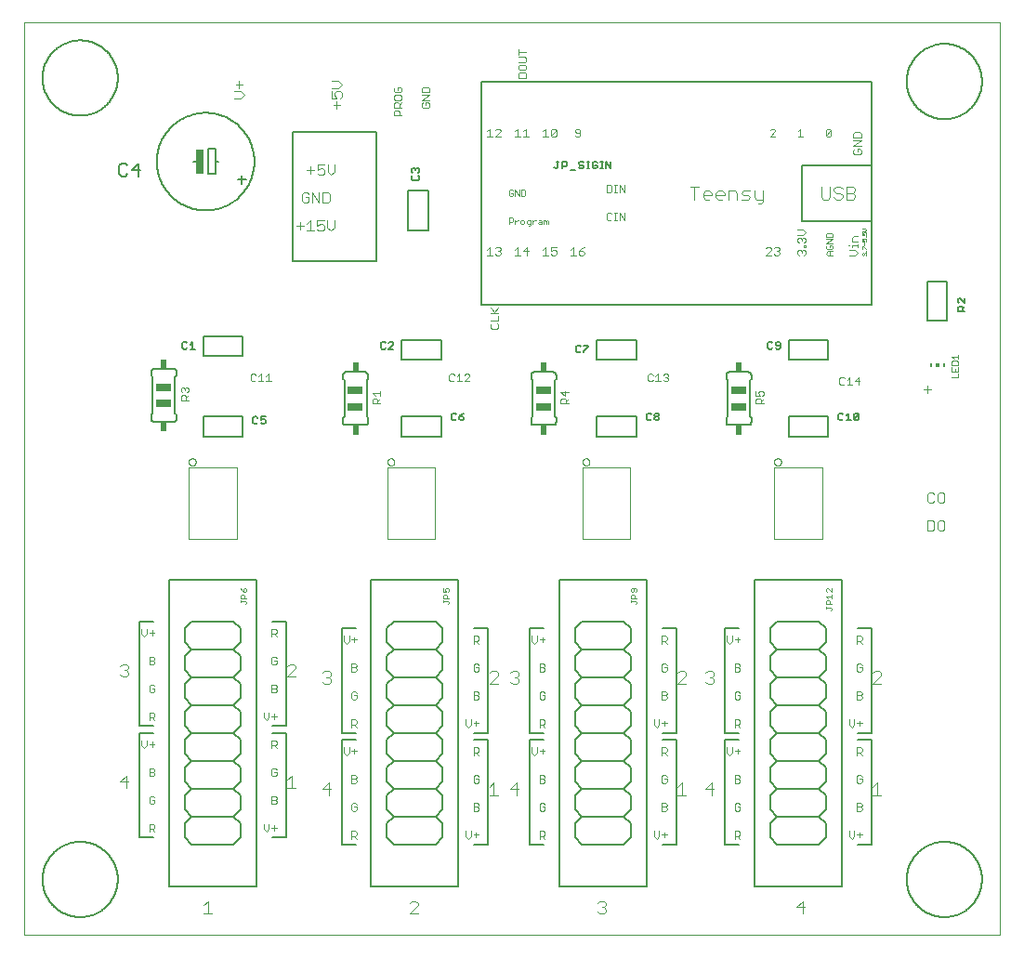
<source format=gto>
G75*
%MOIN*%
%OFA0B0*%
%FSLAX25Y25*%
%IPPOS*%
%LPD*%
%AMOC8*
5,1,8,0,0,1.08239X$1,22.5*
%
%ADD10C,0.00000*%
%ADD11C,0.00300*%
%ADD12C,0.00200*%
%ADD13C,0.00400*%
%ADD14C,0.00500*%
%ADD15C,0.00800*%
%ADD16C,0.00600*%
%ADD17R,0.02500X0.09000*%
%ADD18R,0.00591X0.01181*%
%ADD19R,0.01181X0.01181*%
%ADD20R,0.02400X0.03400*%
%ADD21R,0.05512X0.02559*%
%ADD22C,0.00100*%
%ADD23C,0.00799*%
D10*
X0002600Y0002600D02*
X0002600Y0330061D01*
X0352551Y0330061D01*
X0352551Y0002600D01*
X0002600Y0002600D01*
D11*
X0058748Y0194500D02*
X0058748Y0195851D01*
X0059198Y0196302D01*
X0060099Y0196302D01*
X0060549Y0195851D01*
X0060549Y0194500D01*
X0060549Y0195401D02*
X0061450Y0196302D01*
X0061000Y0197262D02*
X0061450Y0197713D01*
X0061450Y0198613D01*
X0061000Y0199064D01*
X0060549Y0199064D01*
X0060099Y0198613D01*
X0060099Y0198163D01*
X0060099Y0198613D02*
X0059648Y0199064D01*
X0059198Y0199064D01*
X0058748Y0198613D01*
X0058748Y0197713D01*
X0059198Y0197262D01*
X0058748Y0194500D02*
X0061450Y0194500D01*
X0083750Y0201700D02*
X0084200Y0201250D01*
X0085101Y0201250D01*
X0085552Y0201700D01*
X0086512Y0201250D02*
X0088314Y0201250D01*
X0087413Y0201250D02*
X0087413Y0203952D01*
X0086512Y0203052D01*
X0085552Y0203502D02*
X0085101Y0203952D01*
X0084200Y0203952D01*
X0083750Y0203502D01*
X0083750Y0201700D01*
X0089275Y0201250D02*
X0091076Y0201250D01*
X0090175Y0201250D02*
X0090175Y0203952D01*
X0089275Y0203052D01*
X0127498Y0196913D02*
X0130200Y0196913D01*
X0130200Y0196012D02*
X0130200Y0197814D01*
X0128398Y0196012D02*
X0127498Y0196913D01*
X0127948Y0195052D02*
X0127498Y0194601D01*
X0127498Y0193250D01*
X0130200Y0193250D01*
X0129299Y0193250D02*
X0129299Y0194601D01*
X0128849Y0195052D01*
X0127948Y0195052D01*
X0129299Y0194151D02*
X0130200Y0195052D01*
X0155000Y0201700D02*
X0155450Y0201250D01*
X0156351Y0201250D01*
X0156802Y0201700D01*
X0157762Y0201250D02*
X0159564Y0201250D01*
X0158663Y0201250D02*
X0158663Y0203952D01*
X0157762Y0203052D01*
X0156802Y0203502D02*
X0156351Y0203952D01*
X0155450Y0203952D01*
X0155000Y0203502D01*
X0155000Y0201700D01*
X0160525Y0201250D02*
X0162326Y0203052D01*
X0162326Y0203502D01*
X0161876Y0203952D01*
X0160975Y0203952D01*
X0160525Y0203502D01*
X0160525Y0201250D02*
X0162326Y0201250D01*
X0194998Y0197363D02*
X0196349Y0196012D01*
X0196349Y0197814D01*
X0197700Y0197363D02*
X0194998Y0197363D01*
X0195448Y0195052D02*
X0194998Y0194601D01*
X0194998Y0193250D01*
X0197700Y0193250D01*
X0196799Y0193250D02*
X0196799Y0194601D01*
X0196349Y0195052D01*
X0195448Y0195052D01*
X0196799Y0194151D02*
X0197700Y0195052D01*
X0226250Y0201700D02*
X0226700Y0201250D01*
X0227601Y0201250D01*
X0228052Y0201700D01*
X0229012Y0201250D02*
X0230814Y0201250D01*
X0229913Y0201250D02*
X0229913Y0203952D01*
X0229012Y0203052D01*
X0228052Y0203502D02*
X0227601Y0203952D01*
X0226700Y0203952D01*
X0226250Y0203502D01*
X0226250Y0201700D01*
X0231775Y0201700D02*
X0232225Y0201250D01*
X0233126Y0201250D01*
X0233576Y0201700D01*
X0233576Y0202151D01*
X0233126Y0202601D01*
X0232675Y0202601D01*
X0233126Y0202601D02*
X0233576Y0203052D01*
X0233576Y0203502D01*
X0233126Y0203952D01*
X0232225Y0203952D01*
X0231775Y0203502D01*
X0264998Y0197814D02*
X0264998Y0196012D01*
X0266349Y0196012D01*
X0265898Y0196913D01*
X0265898Y0197363D01*
X0266349Y0197814D01*
X0267250Y0197814D01*
X0267700Y0197363D01*
X0267700Y0196463D01*
X0267250Y0196012D01*
X0267700Y0195052D02*
X0266799Y0194151D01*
X0266799Y0194601D02*
X0266799Y0193250D01*
X0267700Y0193250D02*
X0264998Y0193250D01*
X0264998Y0194601D01*
X0265448Y0195052D01*
X0266349Y0195052D01*
X0266799Y0194601D01*
X0295000Y0200450D02*
X0295450Y0200000D01*
X0296351Y0200000D01*
X0296802Y0200450D01*
X0297762Y0200000D02*
X0299564Y0200000D01*
X0298663Y0200000D02*
X0298663Y0202702D01*
X0297762Y0201802D01*
X0296802Y0202252D02*
X0296351Y0202702D01*
X0295450Y0202702D01*
X0295000Y0202252D01*
X0295000Y0200450D01*
X0300525Y0201351D02*
X0302326Y0201351D01*
X0301876Y0200000D02*
X0301876Y0202702D01*
X0300525Y0201351D01*
X0325250Y0198352D02*
X0327719Y0198352D01*
X0326484Y0199586D02*
X0326484Y0197117D01*
X0327117Y0161453D02*
X0326500Y0160836D01*
X0326500Y0158367D01*
X0327117Y0157750D01*
X0328352Y0157750D01*
X0328969Y0158367D01*
X0330183Y0158367D02*
X0330800Y0157750D01*
X0332035Y0157750D01*
X0332652Y0158367D01*
X0332652Y0160836D01*
X0332035Y0161453D01*
X0330800Y0161453D01*
X0330183Y0160836D01*
X0330183Y0158367D01*
X0328969Y0160836D02*
X0328352Y0161453D01*
X0327117Y0161453D01*
X0326500Y0151453D02*
X0328352Y0151453D01*
X0328969Y0150836D01*
X0328969Y0148367D01*
X0328352Y0147750D01*
X0326500Y0147750D01*
X0326500Y0151453D01*
X0330183Y0150836D02*
X0330183Y0148367D01*
X0330800Y0147750D01*
X0332035Y0147750D01*
X0332652Y0148367D01*
X0332652Y0150836D01*
X0332035Y0151453D01*
X0330800Y0151453D01*
X0330183Y0150836D01*
X0300583Y0246500D02*
X0301550Y0247467D01*
X0300583Y0248435D01*
X0298648Y0248435D01*
X0299615Y0249447D02*
X0299615Y0249930D01*
X0301550Y0249930D01*
X0301550Y0249447D02*
X0301550Y0250414D01*
X0301550Y0251411D02*
X0299615Y0251411D01*
X0299615Y0252862D01*
X0300099Y0253346D01*
X0301550Y0253346D01*
X0298648Y0249930D02*
X0298164Y0249930D01*
X0298648Y0246500D02*
X0300583Y0246500D01*
X0282800Y0246984D02*
X0282316Y0246500D01*
X0282800Y0246984D02*
X0282800Y0247951D01*
X0282316Y0248435D01*
X0281833Y0248435D01*
X0281349Y0247951D01*
X0281349Y0247467D01*
X0281349Y0247951D02*
X0280865Y0248435D01*
X0280381Y0248435D01*
X0279898Y0247951D01*
X0279898Y0246984D01*
X0280381Y0246500D01*
X0282316Y0249447D02*
X0282316Y0249930D01*
X0282800Y0249930D01*
X0282800Y0249447D01*
X0282316Y0249447D01*
X0282316Y0250920D02*
X0282800Y0251404D01*
X0282800Y0252371D01*
X0282316Y0252855D01*
X0281833Y0252855D01*
X0281349Y0252371D01*
X0281349Y0251887D01*
X0281349Y0252371D02*
X0280865Y0252855D01*
X0280381Y0252855D01*
X0279898Y0252371D01*
X0279898Y0251404D01*
X0280381Y0250920D01*
X0279898Y0253866D02*
X0281833Y0253866D01*
X0282800Y0254834D01*
X0281833Y0255801D01*
X0279898Y0255801D01*
X0273435Y0248919D02*
X0273435Y0248435D01*
X0272951Y0247951D01*
X0273435Y0247467D01*
X0273435Y0246984D01*
X0272951Y0246500D01*
X0271984Y0246500D01*
X0271500Y0246984D01*
X0270488Y0246500D02*
X0268553Y0246500D01*
X0270488Y0248435D01*
X0270488Y0248919D01*
X0270005Y0249402D01*
X0269037Y0249402D01*
X0268553Y0248919D01*
X0271500Y0248919D02*
X0271984Y0249402D01*
X0272951Y0249402D01*
X0273435Y0248919D01*
X0272951Y0247951D02*
X0272467Y0247951D01*
X0300381Y0282750D02*
X0302316Y0282750D01*
X0302800Y0283234D01*
X0302800Y0284201D01*
X0302316Y0284685D01*
X0301349Y0284685D01*
X0301349Y0283717D01*
X0300381Y0282750D02*
X0299898Y0283234D01*
X0299898Y0284201D01*
X0300381Y0284685D01*
X0299898Y0285697D02*
X0302800Y0287631D01*
X0299898Y0287631D01*
X0299898Y0288643D02*
X0299898Y0290094D01*
X0300381Y0290578D01*
X0302316Y0290578D01*
X0302800Y0290094D01*
X0302800Y0288643D01*
X0299898Y0288643D01*
X0299898Y0285697D02*
X0302800Y0285697D01*
X0291962Y0289484D02*
X0291478Y0289000D01*
X0290510Y0289000D01*
X0290027Y0289484D01*
X0291962Y0291419D01*
X0291962Y0289484D01*
X0291962Y0291419D02*
X0291478Y0291902D01*
X0290510Y0291902D01*
X0290027Y0291419D01*
X0290027Y0289484D01*
X0281962Y0289000D02*
X0280027Y0289000D01*
X0280994Y0289000D02*
X0280994Y0291902D01*
X0280027Y0290935D01*
X0271962Y0290935D02*
X0270027Y0289000D01*
X0271962Y0289000D01*
X0271962Y0290935D02*
X0271962Y0291419D01*
X0271478Y0291902D01*
X0270510Y0291902D01*
X0270027Y0291419D01*
X0203435Y0249402D02*
X0202467Y0248919D01*
X0201500Y0247951D01*
X0202951Y0247951D01*
X0203435Y0247467D01*
X0203435Y0246984D01*
X0202951Y0246500D01*
X0201984Y0246500D01*
X0201500Y0246984D01*
X0201500Y0247951D01*
X0200488Y0246500D02*
X0198553Y0246500D01*
X0199521Y0246500D02*
X0199521Y0249402D01*
X0198553Y0248435D01*
X0193435Y0247951D02*
X0193435Y0246984D01*
X0192951Y0246500D01*
X0191984Y0246500D01*
X0191500Y0246984D01*
X0191500Y0247951D02*
X0192467Y0248435D01*
X0192951Y0248435D01*
X0193435Y0247951D01*
X0193435Y0249402D02*
X0191500Y0249402D01*
X0191500Y0247951D01*
X0190488Y0246500D02*
X0188553Y0246500D01*
X0189521Y0246500D02*
X0189521Y0249402D01*
X0188553Y0248435D01*
X0183435Y0247951D02*
X0181500Y0247951D01*
X0182951Y0249402D01*
X0182951Y0246500D01*
X0180488Y0246500D02*
X0178553Y0246500D01*
X0179521Y0246500D02*
X0179521Y0249402D01*
X0178553Y0248435D01*
X0173435Y0248435D02*
X0172951Y0247951D01*
X0173435Y0247467D01*
X0173435Y0246984D01*
X0172951Y0246500D01*
X0171984Y0246500D01*
X0171500Y0246984D01*
X0170488Y0246500D02*
X0168553Y0246500D01*
X0169521Y0246500D02*
X0169521Y0249402D01*
X0168553Y0248435D01*
X0171500Y0248919D02*
X0171984Y0249402D01*
X0172951Y0249402D01*
X0173435Y0248919D01*
X0173435Y0248435D01*
X0172951Y0247951D02*
X0172467Y0247951D01*
X0171500Y0289000D02*
X0173435Y0290935D01*
X0173435Y0291419D01*
X0172951Y0291902D01*
X0171984Y0291902D01*
X0171500Y0291419D01*
X0169521Y0291902D02*
X0169521Y0289000D01*
X0170488Y0289000D02*
X0168553Y0289000D01*
X0168553Y0290935D02*
X0169521Y0291902D01*
X0171500Y0289000D02*
X0173435Y0289000D01*
X0178553Y0289000D02*
X0180488Y0289000D01*
X0179521Y0289000D02*
X0179521Y0291902D01*
X0178553Y0290935D01*
X0181500Y0290935D02*
X0182467Y0291902D01*
X0182467Y0289000D01*
X0181500Y0289000D02*
X0183435Y0289000D01*
X0188553Y0289000D02*
X0190488Y0289000D01*
X0189521Y0289000D02*
X0189521Y0291902D01*
X0188553Y0290935D01*
X0191500Y0291419D02*
X0191984Y0291902D01*
X0192951Y0291902D01*
X0193435Y0291419D01*
X0191500Y0289484D01*
X0191984Y0289000D01*
X0192951Y0289000D01*
X0193435Y0289484D01*
X0193435Y0291419D01*
X0191500Y0291419D02*
X0191500Y0289484D01*
X0200027Y0289484D02*
X0200510Y0289000D01*
X0201478Y0289000D01*
X0201962Y0289484D01*
X0201962Y0291419D01*
X0201478Y0291902D01*
X0200510Y0291902D01*
X0200027Y0291419D01*
X0200027Y0290935D01*
X0200510Y0290451D01*
X0201962Y0290451D01*
X0116450Y0303501D02*
X0115833Y0302884D01*
X0116450Y0303501D02*
X0116450Y0304735D01*
X0115833Y0305352D01*
X0114598Y0305352D01*
X0113981Y0304735D01*
X0113981Y0304118D01*
X0114598Y0302884D01*
X0112747Y0302884D01*
X0112747Y0305352D01*
X0112747Y0306567D02*
X0115216Y0306567D01*
X0116450Y0307801D01*
X0115216Y0309036D01*
X0112747Y0309036D01*
X0114598Y0301669D02*
X0114598Y0299201D01*
X0113364Y0300435D02*
X0115833Y0300435D01*
X0113835Y0278953D02*
X0113835Y0276484D01*
X0112601Y0275250D01*
X0111366Y0276484D01*
X0111366Y0278953D01*
X0110152Y0278953D02*
X0107683Y0278953D01*
X0107683Y0277102D01*
X0108918Y0277719D01*
X0109535Y0277719D01*
X0110152Y0277102D01*
X0110152Y0275867D01*
X0109535Y0275250D01*
X0108300Y0275250D01*
X0107683Y0275867D01*
X0106469Y0277102D02*
X0104000Y0277102D01*
X0105234Y0278336D02*
X0105234Y0275867D01*
X0105873Y0269173D02*
X0108342Y0265470D01*
X0108342Y0269173D01*
X0109556Y0269173D02*
X0111408Y0269173D01*
X0112025Y0268556D01*
X0112025Y0266087D01*
X0111408Y0265470D01*
X0109556Y0265470D01*
X0109556Y0269173D01*
X0105873Y0269173D02*
X0105873Y0265470D01*
X0104659Y0266087D02*
X0104659Y0267322D01*
X0103424Y0267322D01*
X0102190Y0268556D02*
X0102190Y0266087D01*
X0102807Y0265470D01*
X0104042Y0265470D01*
X0104659Y0266087D01*
X0104659Y0268556D02*
X0104042Y0269173D01*
X0102807Y0269173D01*
X0102190Y0268556D01*
X0105168Y0258953D02*
X0105168Y0255250D01*
X0106402Y0255250D02*
X0103933Y0255250D01*
X0102719Y0257102D02*
X0100250Y0257102D01*
X0101484Y0258336D02*
X0101484Y0255867D01*
X0103933Y0257719D02*
X0105168Y0258953D01*
X0107616Y0258953D02*
X0107616Y0257102D01*
X0108851Y0257719D01*
X0109468Y0257719D01*
X0110085Y0257102D01*
X0110085Y0255867D01*
X0109468Y0255250D01*
X0108233Y0255250D01*
X0107616Y0255867D01*
X0107616Y0258953D02*
X0110085Y0258953D01*
X0111299Y0258953D02*
X0111299Y0256484D01*
X0112534Y0255250D01*
X0113768Y0256484D01*
X0113768Y0258953D01*
X0080216Y0302884D02*
X0077747Y0302884D01*
X0077747Y0305352D02*
X0080216Y0305352D01*
X0081450Y0304118D01*
X0080216Y0302884D01*
X0079598Y0306567D02*
X0079598Y0309036D01*
X0078364Y0307801D02*
X0080833Y0307801D01*
D12*
X0135198Y0306339D02*
X0135198Y0305405D01*
X0135665Y0304938D01*
X0137533Y0304938D01*
X0138000Y0305405D01*
X0138000Y0306339D01*
X0137533Y0306806D01*
X0136599Y0306806D01*
X0136599Y0305872D01*
X0135665Y0306806D02*
X0135198Y0306339D01*
X0135665Y0304044D02*
X0135198Y0303576D01*
X0135198Y0302642D01*
X0135665Y0302175D01*
X0137533Y0302175D01*
X0138000Y0302642D01*
X0138000Y0303576D01*
X0137533Y0304044D01*
X0135665Y0304044D01*
X0135665Y0301281D02*
X0136599Y0301281D01*
X0137066Y0300814D01*
X0137066Y0299413D01*
X0138000Y0299413D02*
X0135198Y0299413D01*
X0135198Y0300814D01*
X0135665Y0301281D01*
X0137066Y0300347D02*
X0138000Y0301281D01*
X0136599Y0298519D02*
X0137066Y0298052D01*
X0137066Y0296651D01*
X0138000Y0296651D02*
X0135198Y0296651D01*
X0135198Y0298052D01*
X0135665Y0298519D01*
X0136599Y0298519D01*
X0145198Y0299880D02*
X0145665Y0299413D01*
X0147533Y0299413D01*
X0148000Y0299880D01*
X0148000Y0300814D01*
X0147533Y0301281D01*
X0146599Y0301281D01*
X0146599Y0300347D01*
X0145665Y0301281D02*
X0145198Y0300814D01*
X0145198Y0299880D01*
X0145198Y0302175D02*
X0148000Y0304044D01*
X0145198Y0304044D01*
X0145198Y0304938D02*
X0145198Y0306339D01*
X0145665Y0306806D01*
X0147533Y0306806D01*
X0148000Y0306339D01*
X0148000Y0304938D01*
X0145198Y0304938D01*
X0145198Y0302175D02*
X0148000Y0302175D01*
X0179698Y0310200D02*
X0179698Y0311601D01*
X0180165Y0312068D01*
X0182033Y0312068D01*
X0182500Y0311601D01*
X0182500Y0310200D01*
X0179698Y0310200D01*
X0180165Y0312962D02*
X0182033Y0312962D01*
X0182500Y0313429D01*
X0182500Y0314364D01*
X0182033Y0314831D01*
X0180165Y0314831D01*
X0179698Y0314364D01*
X0179698Y0313429D01*
X0180165Y0312962D01*
X0179698Y0315725D02*
X0182033Y0315725D01*
X0182500Y0316192D01*
X0182500Y0317126D01*
X0182033Y0317593D01*
X0179698Y0317593D01*
X0179698Y0318487D02*
X0179698Y0320355D01*
X0179698Y0319421D02*
X0182500Y0319421D01*
X0181971Y0269952D02*
X0180870Y0269952D01*
X0180870Y0267750D01*
X0181971Y0267750D01*
X0182338Y0268117D01*
X0182338Y0269585D01*
X0181971Y0269952D01*
X0180128Y0269952D02*
X0180128Y0267750D01*
X0178660Y0269952D01*
X0178660Y0267750D01*
X0177918Y0268117D02*
X0177918Y0268851D01*
X0177184Y0268851D01*
X0177918Y0269585D02*
X0177551Y0269952D01*
X0176817Y0269952D01*
X0176450Y0269585D01*
X0176450Y0268117D01*
X0176817Y0267750D01*
X0177551Y0267750D01*
X0177918Y0268117D01*
X0177551Y0259952D02*
X0177918Y0259585D01*
X0177918Y0258851D01*
X0177551Y0258484D01*
X0176450Y0258484D01*
X0176450Y0257750D02*
X0176450Y0259952D01*
X0177551Y0259952D01*
X0178660Y0259218D02*
X0178660Y0257750D01*
X0178660Y0258484D02*
X0179394Y0259218D01*
X0179761Y0259218D01*
X0180501Y0258851D02*
X0180501Y0258117D01*
X0180868Y0257750D01*
X0181602Y0257750D01*
X0181969Y0258117D01*
X0181969Y0258851D01*
X0181602Y0259218D01*
X0180868Y0259218D01*
X0180501Y0258851D01*
X0182711Y0258851D02*
X0182711Y0258117D01*
X0183078Y0257750D01*
X0184179Y0257750D01*
X0184179Y0257383D02*
X0184179Y0259218D01*
X0183078Y0259218D01*
X0182711Y0258851D01*
X0183445Y0257016D02*
X0183812Y0257016D01*
X0184179Y0257383D01*
X0184921Y0257750D02*
X0184921Y0259218D01*
X0184921Y0258484D02*
X0185655Y0259218D01*
X0186022Y0259218D01*
X0187130Y0259218D02*
X0187864Y0259218D01*
X0188231Y0258851D01*
X0188231Y0257750D01*
X0187130Y0257750D01*
X0186763Y0258117D01*
X0187130Y0258484D01*
X0188231Y0258484D01*
X0188973Y0259218D02*
X0189340Y0259218D01*
X0189707Y0258851D01*
X0190074Y0259218D01*
X0190441Y0258851D01*
X0190441Y0257750D01*
X0189707Y0257750D02*
X0189707Y0258851D01*
X0188973Y0259218D02*
X0188973Y0257750D01*
X0211450Y0259417D02*
X0211917Y0258950D01*
X0212851Y0258950D01*
X0213318Y0259417D01*
X0214212Y0258950D02*
X0215146Y0258950D01*
X0214679Y0258950D02*
X0214679Y0261752D01*
X0214212Y0261752D02*
X0215146Y0261752D01*
X0216054Y0261752D02*
X0217922Y0258950D01*
X0217922Y0261752D01*
X0216054Y0261752D02*
X0216054Y0258950D01*
X0213318Y0261285D02*
X0212851Y0261752D01*
X0211917Y0261752D01*
X0211450Y0261285D01*
X0211450Y0259417D01*
X0211450Y0268950D02*
X0212851Y0268950D01*
X0213318Y0269417D01*
X0213318Y0271285D01*
X0212851Y0271752D01*
X0211450Y0271752D01*
X0211450Y0268950D01*
X0214212Y0268950D02*
X0215146Y0268950D01*
X0214679Y0268950D02*
X0214679Y0271752D01*
X0214212Y0271752D02*
X0215146Y0271752D01*
X0216054Y0271752D02*
X0217922Y0268950D01*
X0217922Y0271752D01*
X0216054Y0271752D02*
X0216054Y0268950D01*
X0172500Y0227593D02*
X0171099Y0226192D01*
X0171566Y0225725D02*
X0169698Y0227593D01*
X0169698Y0225725D02*
X0172500Y0225725D01*
X0172500Y0224831D02*
X0172500Y0222962D01*
X0169698Y0222962D01*
X0170165Y0222068D02*
X0169698Y0221601D01*
X0169698Y0220667D01*
X0170165Y0220200D01*
X0172033Y0220200D01*
X0172500Y0220667D01*
X0172500Y0221601D01*
X0172033Y0222068D01*
X0165089Y0110002D02*
X0165556Y0109535D01*
X0165556Y0108601D01*
X0165089Y0108134D01*
X0163688Y0108134D01*
X0164622Y0108134D02*
X0165556Y0107200D01*
X0163688Y0107200D02*
X0163688Y0110002D01*
X0165089Y0110002D01*
X0165089Y0100002D02*
X0164155Y0100002D01*
X0163688Y0099535D01*
X0163688Y0097667D01*
X0164155Y0097200D01*
X0165089Y0097200D01*
X0165556Y0097667D01*
X0165556Y0098601D01*
X0164622Y0098601D01*
X0165556Y0099535D02*
X0165089Y0100002D01*
X0165089Y0090002D02*
X0165556Y0089535D01*
X0165556Y0089068D01*
X0165089Y0088601D01*
X0163688Y0088601D01*
X0165089Y0088601D02*
X0165556Y0088134D01*
X0165556Y0087667D01*
X0165089Y0087200D01*
X0163688Y0087200D01*
X0163688Y0090002D01*
X0165089Y0090002D01*
X0162794Y0080002D02*
X0162794Y0078134D01*
X0161859Y0077200D01*
X0160925Y0078134D01*
X0160925Y0080002D01*
X0163688Y0078601D02*
X0165556Y0078601D01*
X0164622Y0079535D02*
X0164622Y0077667D01*
X0165089Y0070002D02*
X0165556Y0069535D01*
X0165556Y0068601D01*
X0165089Y0068134D01*
X0163688Y0068134D01*
X0164622Y0068134D02*
X0165556Y0067200D01*
X0163688Y0067200D02*
X0163688Y0070002D01*
X0165089Y0070002D01*
X0165089Y0060002D02*
X0164155Y0060002D01*
X0163688Y0059535D01*
X0163688Y0057667D01*
X0164155Y0057200D01*
X0165089Y0057200D01*
X0165556Y0057667D01*
X0165556Y0058601D01*
X0164622Y0058601D01*
X0165556Y0059535D02*
X0165089Y0060002D01*
X0165089Y0050002D02*
X0165556Y0049535D01*
X0165556Y0049068D01*
X0165089Y0048601D01*
X0163688Y0048601D01*
X0165089Y0048601D02*
X0165556Y0048134D01*
X0165556Y0047667D01*
X0165089Y0047200D01*
X0163688Y0047200D01*
X0163688Y0050002D01*
X0165089Y0050002D01*
X0162794Y0040002D02*
X0162794Y0038134D01*
X0161859Y0037200D01*
X0160925Y0038134D01*
X0160925Y0040002D01*
X0163688Y0038601D02*
X0165556Y0038601D01*
X0164622Y0039535D02*
X0164622Y0037667D01*
X0187438Y0038134D02*
X0188839Y0038134D01*
X0189306Y0038601D01*
X0189306Y0039535D01*
X0188839Y0040002D01*
X0187438Y0040002D01*
X0187438Y0037200D01*
X0188372Y0038134D02*
X0189306Y0037200D01*
X0188839Y0047200D02*
X0187905Y0047200D01*
X0187438Y0047667D01*
X0187438Y0049535D01*
X0187905Y0050002D01*
X0188839Y0050002D01*
X0189306Y0049535D01*
X0189306Y0048601D02*
X0188372Y0048601D01*
X0189306Y0048601D02*
X0189306Y0047667D01*
X0188839Y0047200D01*
X0188839Y0057200D02*
X0187438Y0057200D01*
X0187438Y0060002D01*
X0188839Y0060002D01*
X0189306Y0059535D01*
X0189306Y0059068D01*
X0188839Y0058601D01*
X0187438Y0058601D01*
X0188839Y0058601D02*
X0189306Y0058134D01*
X0189306Y0057667D01*
X0188839Y0057200D01*
X0188372Y0067667D02*
X0188372Y0069535D01*
X0187438Y0068601D02*
X0189306Y0068601D01*
X0186544Y0068134D02*
X0186544Y0070002D01*
X0186544Y0068134D02*
X0185609Y0067200D01*
X0184675Y0068134D01*
X0184675Y0070002D01*
X0187438Y0077200D02*
X0187438Y0080002D01*
X0188839Y0080002D01*
X0189306Y0079535D01*
X0189306Y0078601D01*
X0188839Y0078134D01*
X0187438Y0078134D01*
X0188372Y0078134D02*
X0189306Y0077200D01*
X0188839Y0087200D02*
X0187905Y0087200D01*
X0187438Y0087667D01*
X0187438Y0089535D01*
X0187905Y0090002D01*
X0188839Y0090002D01*
X0189306Y0089535D01*
X0189306Y0088601D02*
X0188372Y0088601D01*
X0189306Y0088601D02*
X0189306Y0087667D01*
X0188839Y0087200D01*
X0188839Y0097200D02*
X0187438Y0097200D01*
X0187438Y0100002D01*
X0188839Y0100002D01*
X0189306Y0099535D01*
X0189306Y0099068D01*
X0188839Y0098601D01*
X0187438Y0098601D01*
X0188839Y0098601D02*
X0189306Y0098134D01*
X0189306Y0097667D01*
X0188839Y0097200D01*
X0188372Y0107667D02*
X0188372Y0109535D01*
X0187438Y0108601D02*
X0189306Y0108601D01*
X0186544Y0108134D02*
X0186544Y0110002D01*
X0186544Y0108134D02*
X0185609Y0107200D01*
X0184675Y0108134D01*
X0184675Y0110002D01*
X0228425Y0080002D02*
X0228425Y0078134D01*
X0229359Y0077200D01*
X0230294Y0078134D01*
X0230294Y0080002D01*
X0231188Y0078601D02*
X0233056Y0078601D01*
X0232122Y0079535D02*
X0232122Y0077667D01*
X0232589Y0070002D02*
X0233056Y0069535D01*
X0233056Y0068601D01*
X0232589Y0068134D01*
X0231188Y0068134D01*
X0232122Y0068134D02*
X0233056Y0067200D01*
X0231188Y0067200D02*
X0231188Y0070002D01*
X0232589Y0070002D01*
X0232589Y0060002D02*
X0231655Y0060002D01*
X0231188Y0059535D01*
X0231188Y0057667D01*
X0231655Y0057200D01*
X0232589Y0057200D01*
X0233056Y0057667D01*
X0233056Y0058601D01*
X0232122Y0058601D01*
X0233056Y0059535D02*
X0232589Y0060002D01*
X0232589Y0050002D02*
X0233056Y0049535D01*
X0233056Y0049068D01*
X0232589Y0048601D01*
X0231188Y0048601D01*
X0232589Y0048601D02*
X0233056Y0048134D01*
X0233056Y0047667D01*
X0232589Y0047200D01*
X0231188Y0047200D01*
X0231188Y0050002D01*
X0232589Y0050002D01*
X0230294Y0040002D02*
X0230294Y0038134D01*
X0229359Y0037200D01*
X0228425Y0038134D01*
X0228425Y0040002D01*
X0231188Y0038601D02*
X0233056Y0038601D01*
X0232122Y0039535D02*
X0232122Y0037667D01*
X0257438Y0038134D02*
X0258839Y0038134D01*
X0259306Y0038601D01*
X0259306Y0039535D01*
X0258839Y0040002D01*
X0257438Y0040002D01*
X0257438Y0037200D01*
X0258372Y0038134D02*
X0259306Y0037200D01*
X0258839Y0047200D02*
X0259306Y0047667D01*
X0259306Y0048601D01*
X0258372Y0048601D01*
X0259306Y0049535D02*
X0258839Y0050002D01*
X0257905Y0050002D01*
X0257438Y0049535D01*
X0257438Y0047667D01*
X0257905Y0047200D01*
X0258839Y0047200D01*
X0258839Y0057200D02*
X0257438Y0057200D01*
X0257438Y0060002D01*
X0258839Y0060002D01*
X0259306Y0059535D01*
X0259306Y0059068D01*
X0258839Y0058601D01*
X0257438Y0058601D01*
X0258839Y0058601D02*
X0259306Y0058134D01*
X0259306Y0057667D01*
X0258839Y0057200D01*
X0258372Y0067667D02*
X0258372Y0069535D01*
X0257438Y0068601D02*
X0259306Y0068601D01*
X0256544Y0068134D02*
X0256544Y0070002D01*
X0256544Y0068134D02*
X0255609Y0067200D01*
X0254675Y0068134D01*
X0254675Y0070002D01*
X0257438Y0077200D02*
X0257438Y0080002D01*
X0258839Y0080002D01*
X0259306Y0079535D01*
X0259306Y0078601D01*
X0258839Y0078134D01*
X0257438Y0078134D01*
X0258372Y0078134D02*
X0259306Y0077200D01*
X0258839Y0087200D02*
X0259306Y0087667D01*
X0259306Y0088601D01*
X0258372Y0088601D01*
X0259306Y0089535D02*
X0258839Y0090002D01*
X0257905Y0090002D01*
X0257438Y0089535D01*
X0257438Y0087667D01*
X0257905Y0087200D01*
X0258839Y0087200D01*
X0258839Y0097200D02*
X0257438Y0097200D01*
X0257438Y0100002D01*
X0258839Y0100002D01*
X0259306Y0099535D01*
X0259306Y0099068D01*
X0258839Y0098601D01*
X0257438Y0098601D01*
X0258839Y0098601D02*
X0259306Y0098134D01*
X0259306Y0097667D01*
X0258839Y0097200D01*
X0258372Y0107667D02*
X0258372Y0109535D01*
X0257438Y0108601D02*
X0259306Y0108601D01*
X0256544Y0108134D02*
X0256544Y0110002D01*
X0256544Y0108134D02*
X0255609Y0107200D01*
X0254675Y0108134D01*
X0254675Y0110002D01*
X0233056Y0109535D02*
X0233056Y0108601D01*
X0232589Y0108134D01*
X0231188Y0108134D01*
X0232122Y0108134D02*
X0233056Y0107200D01*
X0231188Y0107200D02*
X0231188Y0110002D01*
X0232589Y0110002D01*
X0233056Y0109535D01*
X0232589Y0100002D02*
X0231655Y0100002D01*
X0231188Y0099535D01*
X0231188Y0097667D01*
X0231655Y0097200D01*
X0232589Y0097200D01*
X0233056Y0097667D01*
X0233056Y0098601D01*
X0232122Y0098601D01*
X0233056Y0099535D02*
X0232589Y0100002D01*
X0232589Y0090002D02*
X0233056Y0089535D01*
X0233056Y0089068D01*
X0232589Y0088601D01*
X0231188Y0088601D01*
X0232589Y0088601D02*
X0233056Y0088134D01*
X0233056Y0087667D01*
X0232589Y0087200D01*
X0231188Y0087200D01*
X0231188Y0090002D01*
X0232589Y0090002D01*
X0298425Y0080002D02*
X0298425Y0078134D01*
X0299359Y0077200D01*
X0300294Y0078134D01*
X0300294Y0080002D01*
X0301188Y0078601D02*
X0303056Y0078601D01*
X0302122Y0079535D02*
X0302122Y0077667D01*
X0302589Y0070002D02*
X0301188Y0070002D01*
X0301188Y0067200D01*
X0301188Y0068134D02*
X0302589Y0068134D01*
X0303056Y0068601D01*
X0303056Y0069535D01*
X0302589Y0070002D01*
X0302122Y0068134D02*
X0303056Y0067200D01*
X0302589Y0060002D02*
X0301655Y0060002D01*
X0301188Y0059535D01*
X0301188Y0057667D01*
X0301655Y0057200D01*
X0302589Y0057200D01*
X0303056Y0057667D01*
X0303056Y0058601D01*
X0302122Y0058601D01*
X0303056Y0059535D02*
X0302589Y0060002D01*
X0302589Y0050002D02*
X0301188Y0050002D01*
X0301188Y0047200D01*
X0302589Y0047200D01*
X0303056Y0047667D01*
X0303056Y0048134D01*
X0302589Y0048601D01*
X0301188Y0048601D01*
X0302589Y0048601D02*
X0303056Y0049068D01*
X0303056Y0049535D01*
X0302589Y0050002D01*
X0300294Y0040002D02*
X0300294Y0038134D01*
X0299359Y0037200D01*
X0298425Y0038134D01*
X0298425Y0040002D01*
X0301188Y0038601D02*
X0303056Y0038601D01*
X0302122Y0039535D02*
X0302122Y0037667D01*
X0302589Y0087200D02*
X0301188Y0087200D01*
X0301188Y0090002D01*
X0302589Y0090002D01*
X0303056Y0089535D01*
X0303056Y0089068D01*
X0302589Y0088601D01*
X0301188Y0088601D01*
X0302589Y0088601D02*
X0303056Y0088134D01*
X0303056Y0087667D01*
X0302589Y0087200D01*
X0302589Y0097200D02*
X0301655Y0097200D01*
X0301188Y0097667D01*
X0301188Y0099535D01*
X0301655Y0100002D01*
X0302589Y0100002D01*
X0303056Y0099535D01*
X0303056Y0098601D02*
X0302122Y0098601D01*
X0303056Y0098601D02*
X0303056Y0097667D01*
X0302589Y0097200D01*
X0303056Y0107200D02*
X0302122Y0108134D01*
X0302589Y0108134D02*
X0301188Y0108134D01*
X0301188Y0107200D02*
X0301188Y0110002D01*
X0302589Y0110002D01*
X0303056Y0109535D01*
X0303056Y0108601D01*
X0302589Y0108134D01*
X0335298Y0202700D02*
X0337500Y0202700D01*
X0337500Y0204168D01*
X0337500Y0204910D02*
X0337500Y0206378D01*
X0337500Y0207120D02*
X0337500Y0208221D01*
X0337133Y0208588D01*
X0335665Y0208588D01*
X0335298Y0208221D01*
X0335298Y0207120D01*
X0337500Y0207120D01*
X0336399Y0205644D02*
X0336399Y0204910D01*
X0335298Y0204910D02*
X0337500Y0204910D01*
X0335298Y0204910D02*
X0335298Y0206378D01*
X0336032Y0209330D02*
X0335298Y0210064D01*
X0337500Y0210064D01*
X0337500Y0209330D02*
X0337500Y0210798D01*
X0292450Y0246450D02*
X0290982Y0246450D01*
X0290248Y0247184D01*
X0290982Y0247918D01*
X0292450Y0247918D01*
X0292083Y0248660D02*
X0292450Y0249027D01*
X0292450Y0249761D01*
X0292083Y0250128D01*
X0291349Y0250128D01*
X0291349Y0249394D01*
X0290615Y0250128D02*
X0290248Y0249761D01*
X0290248Y0249027D01*
X0290615Y0248660D01*
X0292083Y0248660D01*
X0291349Y0247918D02*
X0291349Y0246450D01*
X0290248Y0250870D02*
X0292450Y0252338D01*
X0290248Y0252338D01*
X0290248Y0253080D02*
X0290248Y0254181D01*
X0290615Y0254548D01*
X0292083Y0254548D01*
X0292450Y0254181D01*
X0292450Y0253080D01*
X0290248Y0253080D01*
X0290248Y0250870D02*
X0292450Y0250870D01*
X0121806Y0108601D02*
X0119938Y0108601D01*
X0119044Y0108134D02*
X0119044Y0110002D01*
X0119044Y0108134D02*
X0118109Y0107200D01*
X0117175Y0108134D01*
X0117175Y0110002D01*
X0120872Y0109535D02*
X0120872Y0107667D01*
X0121339Y0100002D02*
X0119938Y0100002D01*
X0119938Y0097200D01*
X0121339Y0097200D01*
X0121806Y0097667D01*
X0121806Y0098134D01*
X0121339Y0098601D01*
X0119938Y0098601D01*
X0121339Y0098601D02*
X0121806Y0099068D01*
X0121806Y0099535D01*
X0121339Y0100002D01*
X0121339Y0090002D02*
X0120405Y0090002D01*
X0119938Y0089535D01*
X0119938Y0087667D01*
X0120405Y0087200D01*
X0121339Y0087200D01*
X0121806Y0087667D01*
X0121806Y0088601D01*
X0120872Y0088601D01*
X0121806Y0089535D02*
X0121339Y0090002D01*
X0121339Y0080002D02*
X0119938Y0080002D01*
X0119938Y0077200D01*
X0119938Y0078134D02*
X0121339Y0078134D01*
X0121806Y0078601D01*
X0121806Y0079535D01*
X0121339Y0080002D01*
X0120872Y0078134D02*
X0121806Y0077200D01*
X0119044Y0070002D02*
X0119044Y0068134D01*
X0118109Y0067200D01*
X0117175Y0068134D01*
X0117175Y0070002D01*
X0119938Y0068601D02*
X0121806Y0068601D01*
X0120872Y0069535D02*
X0120872Y0067667D01*
X0121339Y0060002D02*
X0119938Y0060002D01*
X0119938Y0057200D01*
X0121339Y0057200D01*
X0121806Y0057667D01*
X0121806Y0058134D01*
X0121339Y0058601D01*
X0119938Y0058601D01*
X0121339Y0058601D02*
X0121806Y0059068D01*
X0121806Y0059535D01*
X0121339Y0060002D01*
X0121339Y0050002D02*
X0120405Y0050002D01*
X0119938Y0049535D01*
X0119938Y0047667D01*
X0120405Y0047200D01*
X0121339Y0047200D01*
X0121806Y0047667D01*
X0121806Y0048601D01*
X0120872Y0048601D01*
X0121806Y0049535D02*
X0121339Y0050002D01*
X0121339Y0040002D02*
X0119938Y0040002D01*
X0119938Y0037200D01*
X0119938Y0038134D02*
X0121339Y0038134D01*
X0121806Y0038601D01*
X0121806Y0039535D01*
X0121339Y0040002D01*
X0120872Y0038134D02*
X0121806Y0037200D01*
X0093056Y0041101D02*
X0091188Y0041101D01*
X0090294Y0040634D02*
X0090294Y0042502D01*
X0090294Y0040634D02*
X0089359Y0039700D01*
X0088425Y0040634D01*
X0088425Y0042502D01*
X0092122Y0042035D02*
X0092122Y0040167D01*
X0092589Y0049700D02*
X0091188Y0049700D01*
X0091188Y0052502D01*
X0092589Y0052502D01*
X0093056Y0052035D01*
X0093056Y0051568D01*
X0092589Y0051101D01*
X0091188Y0051101D01*
X0092589Y0051101D02*
X0093056Y0050634D01*
X0093056Y0050167D01*
X0092589Y0049700D01*
X0092589Y0059700D02*
X0091655Y0059700D01*
X0091188Y0060167D01*
X0091188Y0062035D01*
X0091655Y0062502D01*
X0092589Y0062502D01*
X0093056Y0062035D01*
X0093056Y0061101D02*
X0092122Y0061101D01*
X0093056Y0061101D02*
X0093056Y0060167D01*
X0092589Y0059700D01*
X0093056Y0069700D02*
X0092122Y0070634D01*
X0092589Y0070634D02*
X0091188Y0070634D01*
X0091188Y0069700D02*
X0091188Y0072502D01*
X0092589Y0072502D01*
X0093056Y0072035D01*
X0093056Y0071101D01*
X0092589Y0070634D01*
X0089359Y0079700D02*
X0090294Y0080634D01*
X0090294Y0082502D01*
X0091188Y0081101D02*
X0093056Y0081101D01*
X0092122Y0082035D02*
X0092122Y0080167D01*
X0089359Y0079700D02*
X0088425Y0080634D01*
X0088425Y0082502D01*
X0091188Y0089700D02*
X0092589Y0089700D01*
X0093056Y0090167D01*
X0093056Y0090634D01*
X0092589Y0091101D01*
X0091188Y0091101D01*
X0092589Y0091101D02*
X0093056Y0091568D01*
X0093056Y0092035D01*
X0092589Y0092502D01*
X0091188Y0092502D01*
X0091188Y0089700D01*
X0091655Y0099700D02*
X0092589Y0099700D01*
X0093056Y0100167D01*
X0093056Y0101101D01*
X0092122Y0101101D01*
X0093056Y0102035D02*
X0092589Y0102502D01*
X0091655Y0102502D01*
X0091188Y0102035D01*
X0091188Y0100167D01*
X0091655Y0099700D01*
X0091188Y0109700D02*
X0091188Y0112502D01*
X0092589Y0112502D01*
X0093056Y0112035D01*
X0093056Y0111101D01*
X0092589Y0110634D01*
X0091188Y0110634D01*
X0092122Y0110634D02*
X0093056Y0109700D01*
X0049306Y0111101D02*
X0047438Y0111101D01*
X0046544Y0110634D02*
X0046544Y0112502D01*
X0046544Y0110634D02*
X0045609Y0109700D01*
X0044675Y0110634D01*
X0044675Y0112502D01*
X0048372Y0112035D02*
X0048372Y0110167D01*
X0048839Y0102502D02*
X0049306Y0102035D01*
X0049306Y0101568D01*
X0048839Y0101101D01*
X0047438Y0101101D01*
X0048839Y0101101D02*
X0049306Y0100634D01*
X0049306Y0100167D01*
X0048839Y0099700D01*
X0047438Y0099700D01*
X0047438Y0102502D01*
X0048839Y0102502D01*
X0048839Y0092502D02*
X0047905Y0092502D01*
X0047438Y0092035D01*
X0047438Y0090167D01*
X0047905Y0089700D01*
X0048839Y0089700D01*
X0049306Y0090167D01*
X0049306Y0091101D01*
X0048372Y0091101D01*
X0049306Y0092035D02*
X0048839Y0092502D01*
X0048839Y0082502D02*
X0049306Y0082035D01*
X0049306Y0081101D01*
X0048839Y0080634D01*
X0047438Y0080634D01*
X0048372Y0080634D02*
X0049306Y0079700D01*
X0047438Y0079700D02*
X0047438Y0082502D01*
X0048839Y0082502D01*
X0046544Y0072502D02*
X0046544Y0070634D01*
X0045609Y0069700D01*
X0044675Y0070634D01*
X0044675Y0072502D01*
X0047438Y0071101D02*
X0049306Y0071101D01*
X0048372Y0072035D02*
X0048372Y0070167D01*
X0048839Y0062502D02*
X0049306Y0062035D01*
X0049306Y0061568D01*
X0048839Y0061101D01*
X0047438Y0061101D01*
X0048839Y0061101D02*
X0049306Y0060634D01*
X0049306Y0060167D01*
X0048839Y0059700D01*
X0047438Y0059700D01*
X0047438Y0062502D01*
X0048839Y0062502D01*
X0048839Y0052502D02*
X0047905Y0052502D01*
X0047438Y0052035D01*
X0047438Y0050167D01*
X0047905Y0049700D01*
X0048839Y0049700D01*
X0049306Y0050167D01*
X0049306Y0051101D01*
X0048372Y0051101D01*
X0049306Y0052035D02*
X0048839Y0052502D01*
X0048839Y0042502D02*
X0049306Y0042035D01*
X0049306Y0041101D01*
X0048839Y0040634D01*
X0047438Y0040634D01*
X0048372Y0040634D02*
X0049306Y0039700D01*
X0047438Y0039700D02*
X0047438Y0042502D01*
X0048839Y0042502D01*
D13*
X0039248Y0055300D02*
X0039248Y0059904D01*
X0036946Y0057602D01*
X0040015Y0057602D01*
X0039248Y0095300D02*
X0037713Y0095300D01*
X0036946Y0096067D01*
X0038481Y0097602D02*
X0039248Y0097602D01*
X0040015Y0096835D01*
X0040015Y0096067D01*
X0039248Y0095300D01*
X0039248Y0097602D02*
X0040015Y0098369D01*
X0040015Y0099137D01*
X0039248Y0099904D01*
X0037713Y0099904D01*
X0036946Y0099137D01*
X0080298Y0121929D02*
X0080298Y0122584D01*
X0080298Y0122257D02*
X0081935Y0122257D01*
X0082262Y0121929D01*
X0082262Y0121602D01*
X0081935Y0121275D01*
X0082262Y0123450D02*
X0080298Y0123450D01*
X0080298Y0124432D01*
X0080626Y0124759D01*
X0081280Y0124759D01*
X0081608Y0124432D01*
X0081608Y0123450D01*
X0081280Y0125625D02*
X0081935Y0125625D01*
X0082262Y0125952D01*
X0082262Y0126607D01*
X0081935Y0126934D01*
X0081608Y0126934D01*
X0081280Y0126607D01*
X0081280Y0125625D01*
X0080626Y0126280D01*
X0080298Y0126934D01*
X0078761Y0144805D02*
X0061439Y0144805D01*
X0061439Y0170395D01*
X0078761Y0170395D01*
X0078761Y0144805D01*
X0061537Y0172364D02*
X0061539Y0172435D01*
X0061545Y0172506D01*
X0061555Y0172577D01*
X0061569Y0172646D01*
X0061586Y0172715D01*
X0061608Y0172783D01*
X0061633Y0172850D01*
X0061662Y0172915D01*
X0061694Y0172978D01*
X0061730Y0173040D01*
X0061769Y0173099D01*
X0061812Y0173156D01*
X0061857Y0173211D01*
X0061906Y0173263D01*
X0061957Y0173312D01*
X0062011Y0173358D01*
X0062068Y0173402D01*
X0062126Y0173442D01*
X0062187Y0173478D01*
X0062250Y0173512D01*
X0062315Y0173541D01*
X0062381Y0173567D01*
X0062449Y0173590D01*
X0062517Y0173608D01*
X0062587Y0173623D01*
X0062657Y0173634D01*
X0062728Y0173641D01*
X0062799Y0173644D01*
X0062870Y0173643D01*
X0062941Y0173638D01*
X0063012Y0173629D01*
X0063082Y0173616D01*
X0063151Y0173600D01*
X0063219Y0173579D01*
X0063286Y0173555D01*
X0063352Y0173527D01*
X0063415Y0173495D01*
X0063477Y0173460D01*
X0063537Y0173422D01*
X0063595Y0173380D01*
X0063650Y0173336D01*
X0063703Y0173288D01*
X0063753Y0173237D01*
X0063800Y0173184D01*
X0063844Y0173128D01*
X0063885Y0173070D01*
X0063923Y0173009D01*
X0063957Y0172947D01*
X0063987Y0172882D01*
X0064014Y0172817D01*
X0064038Y0172749D01*
X0064057Y0172681D01*
X0064073Y0172612D01*
X0064085Y0172541D01*
X0064093Y0172471D01*
X0064097Y0172400D01*
X0064097Y0172328D01*
X0064093Y0172257D01*
X0064085Y0172187D01*
X0064073Y0172116D01*
X0064057Y0172047D01*
X0064038Y0171979D01*
X0064014Y0171911D01*
X0063987Y0171846D01*
X0063957Y0171781D01*
X0063923Y0171719D01*
X0063885Y0171658D01*
X0063844Y0171600D01*
X0063800Y0171544D01*
X0063753Y0171491D01*
X0063703Y0171440D01*
X0063650Y0171392D01*
X0063595Y0171348D01*
X0063537Y0171306D01*
X0063477Y0171268D01*
X0063415Y0171233D01*
X0063352Y0171201D01*
X0063286Y0171173D01*
X0063219Y0171149D01*
X0063151Y0171128D01*
X0063082Y0171112D01*
X0063012Y0171099D01*
X0062941Y0171090D01*
X0062870Y0171085D01*
X0062799Y0171084D01*
X0062728Y0171087D01*
X0062657Y0171094D01*
X0062587Y0171105D01*
X0062517Y0171120D01*
X0062449Y0171138D01*
X0062381Y0171161D01*
X0062315Y0171187D01*
X0062250Y0171216D01*
X0062187Y0171250D01*
X0062126Y0171286D01*
X0062068Y0171326D01*
X0062011Y0171370D01*
X0061957Y0171416D01*
X0061906Y0171465D01*
X0061857Y0171517D01*
X0061812Y0171572D01*
X0061769Y0171629D01*
X0061730Y0171688D01*
X0061694Y0171750D01*
X0061662Y0171813D01*
X0061633Y0171878D01*
X0061608Y0171945D01*
X0061586Y0172013D01*
X0061569Y0172082D01*
X0061555Y0172151D01*
X0061545Y0172222D01*
X0061539Y0172293D01*
X0061537Y0172364D01*
X0132689Y0170395D02*
X0132689Y0144805D01*
X0150011Y0144805D01*
X0150011Y0170395D01*
X0132689Y0170395D01*
X0132787Y0172364D02*
X0132789Y0172435D01*
X0132795Y0172506D01*
X0132805Y0172577D01*
X0132819Y0172646D01*
X0132836Y0172715D01*
X0132858Y0172783D01*
X0132883Y0172850D01*
X0132912Y0172915D01*
X0132944Y0172978D01*
X0132980Y0173040D01*
X0133019Y0173099D01*
X0133062Y0173156D01*
X0133107Y0173211D01*
X0133156Y0173263D01*
X0133207Y0173312D01*
X0133261Y0173358D01*
X0133318Y0173402D01*
X0133376Y0173442D01*
X0133437Y0173478D01*
X0133500Y0173512D01*
X0133565Y0173541D01*
X0133631Y0173567D01*
X0133699Y0173590D01*
X0133767Y0173608D01*
X0133837Y0173623D01*
X0133907Y0173634D01*
X0133978Y0173641D01*
X0134049Y0173644D01*
X0134120Y0173643D01*
X0134191Y0173638D01*
X0134262Y0173629D01*
X0134332Y0173616D01*
X0134401Y0173600D01*
X0134469Y0173579D01*
X0134536Y0173555D01*
X0134602Y0173527D01*
X0134665Y0173495D01*
X0134727Y0173460D01*
X0134787Y0173422D01*
X0134845Y0173380D01*
X0134900Y0173336D01*
X0134953Y0173288D01*
X0135003Y0173237D01*
X0135050Y0173184D01*
X0135094Y0173128D01*
X0135135Y0173070D01*
X0135173Y0173009D01*
X0135207Y0172947D01*
X0135237Y0172882D01*
X0135264Y0172817D01*
X0135288Y0172749D01*
X0135307Y0172681D01*
X0135323Y0172612D01*
X0135335Y0172541D01*
X0135343Y0172471D01*
X0135347Y0172400D01*
X0135347Y0172328D01*
X0135343Y0172257D01*
X0135335Y0172187D01*
X0135323Y0172116D01*
X0135307Y0172047D01*
X0135288Y0171979D01*
X0135264Y0171911D01*
X0135237Y0171846D01*
X0135207Y0171781D01*
X0135173Y0171719D01*
X0135135Y0171658D01*
X0135094Y0171600D01*
X0135050Y0171544D01*
X0135003Y0171491D01*
X0134953Y0171440D01*
X0134900Y0171392D01*
X0134845Y0171348D01*
X0134787Y0171306D01*
X0134727Y0171268D01*
X0134665Y0171233D01*
X0134602Y0171201D01*
X0134536Y0171173D01*
X0134469Y0171149D01*
X0134401Y0171128D01*
X0134332Y0171112D01*
X0134262Y0171099D01*
X0134191Y0171090D01*
X0134120Y0171085D01*
X0134049Y0171084D01*
X0133978Y0171087D01*
X0133907Y0171094D01*
X0133837Y0171105D01*
X0133767Y0171120D01*
X0133699Y0171138D01*
X0133631Y0171161D01*
X0133565Y0171187D01*
X0133500Y0171216D01*
X0133437Y0171250D01*
X0133376Y0171286D01*
X0133318Y0171326D01*
X0133261Y0171370D01*
X0133207Y0171416D01*
X0133156Y0171465D01*
X0133107Y0171517D01*
X0133062Y0171572D01*
X0133019Y0171629D01*
X0132980Y0171688D01*
X0132944Y0171750D01*
X0132912Y0171813D01*
X0132883Y0171878D01*
X0132858Y0171945D01*
X0132836Y0172013D01*
X0132819Y0172082D01*
X0132805Y0172151D01*
X0132795Y0172222D01*
X0132789Y0172293D01*
X0132787Y0172364D01*
X0152798Y0126934D02*
X0152798Y0125625D01*
X0153780Y0125625D01*
X0153453Y0126280D01*
X0153453Y0126607D01*
X0153780Y0126934D01*
X0154435Y0126934D01*
X0154762Y0126607D01*
X0154762Y0125952D01*
X0154435Y0125625D01*
X0153780Y0124759D02*
X0154108Y0124432D01*
X0154108Y0123450D01*
X0154762Y0123450D02*
X0152798Y0123450D01*
X0152798Y0124432D01*
X0153126Y0124759D01*
X0153780Y0124759D01*
X0152798Y0122584D02*
X0152798Y0121929D01*
X0152798Y0122257D02*
X0154435Y0122257D01*
X0154762Y0121929D01*
X0154762Y0121602D01*
X0154435Y0121275D01*
X0170213Y0097404D02*
X0169446Y0096637D01*
X0170213Y0097404D02*
X0171748Y0097404D01*
X0172515Y0096637D01*
X0172515Y0095869D01*
X0169446Y0092800D01*
X0172515Y0092800D01*
X0176946Y0093567D02*
X0177713Y0092800D01*
X0179248Y0092800D01*
X0180015Y0093567D01*
X0180015Y0094335D01*
X0179248Y0095102D01*
X0178481Y0095102D01*
X0179248Y0095102D02*
X0180015Y0095869D01*
X0180015Y0096637D01*
X0179248Y0097404D01*
X0177713Y0097404D01*
X0176946Y0096637D01*
X0179248Y0057404D02*
X0176946Y0055102D01*
X0180015Y0055102D01*
X0179248Y0052800D02*
X0179248Y0057404D01*
X0172515Y0052800D02*
X0169446Y0052800D01*
X0170981Y0052800D02*
X0170981Y0057404D01*
X0169446Y0055869D01*
X0142998Y0014904D02*
X0141463Y0014904D01*
X0140696Y0014137D01*
X0142998Y0014904D02*
X0143765Y0014137D01*
X0143765Y0013369D01*
X0140696Y0010300D01*
X0143765Y0010300D01*
X0111748Y0052800D02*
X0111748Y0057404D01*
X0109446Y0055102D01*
X0112515Y0055102D01*
X0100015Y0055300D02*
X0096946Y0055300D01*
X0098481Y0055300D02*
X0098481Y0059904D01*
X0096946Y0058369D01*
X0110213Y0092800D02*
X0109446Y0093567D01*
X0110213Y0092800D02*
X0111748Y0092800D01*
X0112515Y0093567D01*
X0112515Y0094335D01*
X0111748Y0095102D01*
X0110981Y0095102D01*
X0111748Y0095102D02*
X0112515Y0095869D01*
X0112515Y0096637D01*
X0111748Y0097404D01*
X0110213Y0097404D01*
X0109446Y0096637D01*
X0100015Y0095300D02*
X0096946Y0095300D01*
X0100015Y0098369D01*
X0100015Y0099137D01*
X0099248Y0099904D01*
X0097713Y0099904D01*
X0096946Y0099137D01*
X0068481Y0014904D02*
X0066946Y0013369D01*
X0068481Y0014904D02*
X0068481Y0010300D01*
X0070015Y0010300D02*
X0066946Y0010300D01*
X0208196Y0011067D02*
X0208963Y0010300D01*
X0210498Y0010300D01*
X0211265Y0011067D01*
X0211265Y0011835D01*
X0210498Y0012602D01*
X0209731Y0012602D01*
X0210498Y0012602D02*
X0211265Y0013369D01*
X0211265Y0014137D01*
X0210498Y0014904D01*
X0208963Y0014904D01*
X0208196Y0014137D01*
X0236946Y0052800D02*
X0240015Y0052800D01*
X0238481Y0052800D02*
X0238481Y0057404D01*
X0236946Y0055869D01*
X0246946Y0055102D02*
X0250015Y0055102D01*
X0249248Y0052800D02*
X0249248Y0057404D01*
X0246946Y0055102D01*
X0247713Y0092800D02*
X0246946Y0093567D01*
X0247713Y0092800D02*
X0249248Y0092800D01*
X0250015Y0093567D01*
X0250015Y0094335D01*
X0249248Y0095102D01*
X0248481Y0095102D01*
X0249248Y0095102D02*
X0250015Y0095869D01*
X0250015Y0096637D01*
X0249248Y0097404D01*
X0247713Y0097404D01*
X0246946Y0096637D01*
X0240015Y0096637D02*
X0240015Y0095869D01*
X0236946Y0092800D01*
X0240015Y0092800D01*
X0240015Y0096637D02*
X0239248Y0097404D01*
X0237713Y0097404D01*
X0236946Y0096637D01*
X0221935Y0121275D02*
X0222262Y0121602D01*
X0222262Y0121929D01*
X0221935Y0122257D01*
X0220298Y0122257D01*
X0220298Y0122584D02*
X0220298Y0121929D01*
X0220298Y0123450D02*
X0220298Y0124432D01*
X0220626Y0124759D01*
X0221280Y0124759D01*
X0221608Y0124432D01*
X0221608Y0123450D01*
X0222262Y0123450D02*
X0220298Y0123450D01*
X0220626Y0125625D02*
X0220953Y0125625D01*
X0221280Y0125952D01*
X0221280Y0126934D01*
X0220626Y0126934D02*
X0220298Y0126607D01*
X0220298Y0125952D01*
X0220626Y0125625D01*
X0221935Y0125625D02*
X0222262Y0125952D01*
X0222262Y0126607D01*
X0221935Y0126934D01*
X0220626Y0126934D01*
X0220011Y0144805D02*
X0202689Y0144805D01*
X0202689Y0170395D01*
X0220011Y0170395D01*
X0220011Y0144805D01*
X0202787Y0172364D02*
X0202789Y0172435D01*
X0202795Y0172506D01*
X0202805Y0172577D01*
X0202819Y0172646D01*
X0202836Y0172715D01*
X0202858Y0172783D01*
X0202883Y0172850D01*
X0202912Y0172915D01*
X0202944Y0172978D01*
X0202980Y0173040D01*
X0203019Y0173099D01*
X0203062Y0173156D01*
X0203107Y0173211D01*
X0203156Y0173263D01*
X0203207Y0173312D01*
X0203261Y0173358D01*
X0203318Y0173402D01*
X0203376Y0173442D01*
X0203437Y0173478D01*
X0203500Y0173512D01*
X0203565Y0173541D01*
X0203631Y0173567D01*
X0203699Y0173590D01*
X0203767Y0173608D01*
X0203837Y0173623D01*
X0203907Y0173634D01*
X0203978Y0173641D01*
X0204049Y0173644D01*
X0204120Y0173643D01*
X0204191Y0173638D01*
X0204262Y0173629D01*
X0204332Y0173616D01*
X0204401Y0173600D01*
X0204469Y0173579D01*
X0204536Y0173555D01*
X0204602Y0173527D01*
X0204665Y0173495D01*
X0204727Y0173460D01*
X0204787Y0173422D01*
X0204845Y0173380D01*
X0204900Y0173336D01*
X0204953Y0173288D01*
X0205003Y0173237D01*
X0205050Y0173184D01*
X0205094Y0173128D01*
X0205135Y0173070D01*
X0205173Y0173009D01*
X0205207Y0172947D01*
X0205237Y0172882D01*
X0205264Y0172817D01*
X0205288Y0172749D01*
X0205307Y0172681D01*
X0205323Y0172612D01*
X0205335Y0172541D01*
X0205343Y0172471D01*
X0205347Y0172400D01*
X0205347Y0172328D01*
X0205343Y0172257D01*
X0205335Y0172187D01*
X0205323Y0172116D01*
X0205307Y0172047D01*
X0205288Y0171979D01*
X0205264Y0171911D01*
X0205237Y0171846D01*
X0205207Y0171781D01*
X0205173Y0171719D01*
X0205135Y0171658D01*
X0205094Y0171600D01*
X0205050Y0171544D01*
X0205003Y0171491D01*
X0204953Y0171440D01*
X0204900Y0171392D01*
X0204845Y0171348D01*
X0204787Y0171306D01*
X0204727Y0171268D01*
X0204665Y0171233D01*
X0204602Y0171201D01*
X0204536Y0171173D01*
X0204469Y0171149D01*
X0204401Y0171128D01*
X0204332Y0171112D01*
X0204262Y0171099D01*
X0204191Y0171090D01*
X0204120Y0171085D01*
X0204049Y0171084D01*
X0203978Y0171087D01*
X0203907Y0171094D01*
X0203837Y0171105D01*
X0203767Y0171120D01*
X0203699Y0171138D01*
X0203631Y0171161D01*
X0203565Y0171187D01*
X0203500Y0171216D01*
X0203437Y0171250D01*
X0203376Y0171286D01*
X0203318Y0171326D01*
X0203261Y0171370D01*
X0203207Y0171416D01*
X0203156Y0171465D01*
X0203107Y0171517D01*
X0203062Y0171572D01*
X0203019Y0171629D01*
X0202980Y0171688D01*
X0202944Y0171750D01*
X0202912Y0171813D01*
X0202883Y0171878D01*
X0202858Y0171945D01*
X0202836Y0172013D01*
X0202819Y0172082D01*
X0202805Y0172151D01*
X0202795Y0172222D01*
X0202789Y0172293D01*
X0202787Y0172364D01*
X0271439Y0170395D02*
X0271439Y0144805D01*
X0288761Y0144805D01*
X0288761Y0170395D01*
X0271439Y0170395D01*
X0271537Y0172364D02*
X0271539Y0172435D01*
X0271545Y0172506D01*
X0271555Y0172577D01*
X0271569Y0172646D01*
X0271586Y0172715D01*
X0271608Y0172783D01*
X0271633Y0172850D01*
X0271662Y0172915D01*
X0271694Y0172978D01*
X0271730Y0173040D01*
X0271769Y0173099D01*
X0271812Y0173156D01*
X0271857Y0173211D01*
X0271906Y0173263D01*
X0271957Y0173312D01*
X0272011Y0173358D01*
X0272068Y0173402D01*
X0272126Y0173442D01*
X0272187Y0173478D01*
X0272250Y0173512D01*
X0272315Y0173541D01*
X0272381Y0173567D01*
X0272449Y0173590D01*
X0272517Y0173608D01*
X0272587Y0173623D01*
X0272657Y0173634D01*
X0272728Y0173641D01*
X0272799Y0173644D01*
X0272870Y0173643D01*
X0272941Y0173638D01*
X0273012Y0173629D01*
X0273082Y0173616D01*
X0273151Y0173600D01*
X0273219Y0173579D01*
X0273286Y0173555D01*
X0273352Y0173527D01*
X0273415Y0173495D01*
X0273477Y0173460D01*
X0273537Y0173422D01*
X0273595Y0173380D01*
X0273650Y0173336D01*
X0273703Y0173288D01*
X0273753Y0173237D01*
X0273800Y0173184D01*
X0273844Y0173128D01*
X0273885Y0173070D01*
X0273923Y0173009D01*
X0273957Y0172947D01*
X0273987Y0172882D01*
X0274014Y0172817D01*
X0274038Y0172749D01*
X0274057Y0172681D01*
X0274073Y0172612D01*
X0274085Y0172541D01*
X0274093Y0172471D01*
X0274097Y0172400D01*
X0274097Y0172328D01*
X0274093Y0172257D01*
X0274085Y0172187D01*
X0274073Y0172116D01*
X0274057Y0172047D01*
X0274038Y0171979D01*
X0274014Y0171911D01*
X0273987Y0171846D01*
X0273957Y0171781D01*
X0273923Y0171719D01*
X0273885Y0171658D01*
X0273844Y0171600D01*
X0273800Y0171544D01*
X0273753Y0171491D01*
X0273703Y0171440D01*
X0273650Y0171392D01*
X0273595Y0171348D01*
X0273537Y0171306D01*
X0273477Y0171268D01*
X0273415Y0171233D01*
X0273352Y0171201D01*
X0273286Y0171173D01*
X0273219Y0171149D01*
X0273151Y0171128D01*
X0273082Y0171112D01*
X0273012Y0171099D01*
X0272941Y0171090D01*
X0272870Y0171085D01*
X0272799Y0171084D01*
X0272728Y0171087D01*
X0272657Y0171094D01*
X0272587Y0171105D01*
X0272517Y0171120D01*
X0272449Y0171138D01*
X0272381Y0171161D01*
X0272315Y0171187D01*
X0272250Y0171216D01*
X0272187Y0171250D01*
X0272126Y0171286D01*
X0272068Y0171326D01*
X0272011Y0171370D01*
X0271957Y0171416D01*
X0271906Y0171465D01*
X0271857Y0171517D01*
X0271812Y0171572D01*
X0271769Y0171629D01*
X0271730Y0171688D01*
X0271694Y0171750D01*
X0271662Y0171813D01*
X0271633Y0171878D01*
X0271608Y0171945D01*
X0271586Y0172013D01*
X0271569Y0172082D01*
X0271555Y0172151D01*
X0271545Y0172222D01*
X0271539Y0172293D01*
X0271537Y0172364D01*
X0290626Y0126934D02*
X0290298Y0126607D01*
X0290298Y0125952D01*
X0290626Y0125625D01*
X0290626Y0126934D02*
X0290953Y0126934D01*
X0292262Y0125625D01*
X0292262Y0126934D01*
X0292262Y0124759D02*
X0292262Y0123450D01*
X0292262Y0124104D02*
X0290298Y0124104D01*
X0290953Y0123450D01*
X0290626Y0122584D02*
X0291280Y0122584D01*
X0291608Y0122257D01*
X0291608Y0121275D01*
X0292262Y0121275D02*
X0290298Y0121275D01*
X0290298Y0122257D01*
X0290626Y0122584D01*
X0290298Y0120409D02*
X0290298Y0119754D01*
X0290298Y0120082D02*
X0291935Y0120082D01*
X0292262Y0119754D01*
X0292262Y0119427D01*
X0291935Y0119100D01*
X0307713Y0097404D02*
X0306946Y0096637D01*
X0307713Y0097404D02*
X0309248Y0097404D01*
X0310015Y0096637D01*
X0310015Y0095869D01*
X0306946Y0092800D01*
X0310015Y0092800D01*
X0308481Y0057404D02*
X0308481Y0052800D01*
X0310015Y0052800D02*
X0306946Y0052800D01*
X0306946Y0055869D02*
X0308481Y0057404D01*
X0281748Y0014904D02*
X0279446Y0012602D01*
X0282515Y0012602D01*
X0281748Y0010300D02*
X0281748Y0014904D01*
X0266748Y0265015D02*
X0265981Y0265015D01*
X0266748Y0265015D02*
X0267515Y0265783D01*
X0267515Y0269619D01*
X0264446Y0269619D02*
X0264446Y0267317D01*
X0265213Y0266550D01*
X0267515Y0266550D01*
X0262911Y0267317D02*
X0262144Y0268085D01*
X0260609Y0268085D01*
X0259842Y0268852D01*
X0260609Y0269619D01*
X0262911Y0269619D01*
X0262911Y0267317D02*
X0262144Y0266550D01*
X0259842Y0266550D01*
X0258307Y0266550D02*
X0258307Y0268852D01*
X0257540Y0269619D01*
X0255238Y0269619D01*
X0255238Y0266550D01*
X0253704Y0268085D02*
X0250634Y0268085D01*
X0250634Y0268852D02*
X0251402Y0269619D01*
X0252936Y0269619D01*
X0253704Y0268852D01*
X0253704Y0268085D01*
X0252936Y0266550D02*
X0251402Y0266550D01*
X0250634Y0267317D01*
X0250634Y0268852D01*
X0249100Y0268852D02*
X0249100Y0268085D01*
X0246030Y0268085D01*
X0246030Y0268852D02*
X0246798Y0269619D01*
X0248332Y0269619D01*
X0249100Y0268852D01*
X0248332Y0266550D02*
X0246798Y0266550D01*
X0246030Y0267317D01*
X0246030Y0268852D01*
X0244496Y0271154D02*
X0241426Y0271154D01*
X0242961Y0271154D02*
X0242961Y0266550D01*
X0288394Y0267317D02*
X0289161Y0266550D01*
X0290696Y0266550D01*
X0291463Y0267317D01*
X0291463Y0271154D01*
X0292998Y0270387D02*
X0292998Y0269619D01*
X0293765Y0268852D01*
X0295300Y0268852D01*
X0296067Y0268085D01*
X0296067Y0267317D01*
X0295300Y0266550D01*
X0293765Y0266550D01*
X0292998Y0267317D01*
X0292998Y0270387D02*
X0293765Y0271154D01*
X0295300Y0271154D01*
X0296067Y0270387D01*
X0297602Y0271154D02*
X0299904Y0271154D01*
X0300671Y0270387D01*
X0300671Y0269619D01*
X0299904Y0268852D01*
X0297602Y0268852D01*
X0299904Y0268852D02*
X0300671Y0268085D01*
X0300671Y0267317D01*
X0299904Y0266550D01*
X0297602Y0266550D01*
X0297602Y0271154D01*
X0288394Y0271154D02*
X0288394Y0267317D01*
D14*
X0281350Y0258850D02*
X0306350Y0258850D01*
X0306350Y0228850D01*
X0166350Y0228850D01*
X0166350Y0308850D01*
X0306350Y0308850D01*
X0306350Y0278850D01*
X0281350Y0278850D01*
X0281350Y0258850D01*
X0306350Y0258850D02*
X0306350Y0278850D01*
X0273339Y0215352D02*
X0272505Y0215352D01*
X0272088Y0214935D01*
X0272088Y0214518D01*
X0272505Y0214101D01*
X0273756Y0214101D01*
X0273756Y0213267D02*
X0273756Y0214935D01*
X0273339Y0215352D01*
X0273756Y0213267D02*
X0273339Y0212850D01*
X0272505Y0212850D01*
X0272088Y0213267D01*
X0270993Y0213267D02*
X0270576Y0212850D01*
X0269742Y0212850D01*
X0269325Y0213267D01*
X0269325Y0214935D01*
X0269742Y0215352D01*
X0270576Y0215352D01*
X0270993Y0214935D01*
X0295017Y0189852D02*
X0294600Y0189435D01*
X0294600Y0187767D01*
X0295017Y0187350D01*
X0295851Y0187350D01*
X0296268Y0187767D01*
X0297362Y0187350D02*
X0299030Y0187350D01*
X0298196Y0187350D02*
X0298196Y0189852D01*
X0297362Y0189018D01*
X0296268Y0189435D02*
X0295851Y0189852D01*
X0295017Y0189852D01*
X0300125Y0189435D02*
X0300542Y0189852D01*
X0301376Y0189852D01*
X0301793Y0189435D01*
X0300125Y0187767D01*
X0300542Y0187350D01*
X0301376Y0187350D01*
X0301793Y0187767D01*
X0301793Y0189435D01*
X0300125Y0189435D02*
X0300125Y0187767D01*
X0295848Y0130218D02*
X0264352Y0130218D01*
X0264352Y0019982D01*
X0295848Y0019982D01*
X0295848Y0130218D01*
X0301350Y0112600D02*
X0306350Y0112600D01*
X0306350Y0075100D01*
X0301350Y0075100D01*
X0301350Y0072600D02*
X0306350Y0072600D01*
X0306350Y0035100D01*
X0301350Y0035100D01*
X0258850Y0035100D02*
X0253850Y0035100D01*
X0253850Y0072600D01*
X0258850Y0072600D01*
X0258850Y0075100D02*
X0253850Y0075100D01*
X0253850Y0112600D01*
X0258850Y0112600D01*
X0236350Y0112600D02*
X0231350Y0112600D01*
X0236350Y0112600D02*
X0236350Y0075100D01*
X0231350Y0075100D01*
X0231350Y0072600D02*
X0236350Y0072600D01*
X0236350Y0035100D01*
X0231350Y0035100D01*
X0225848Y0019982D02*
X0225848Y0130218D01*
X0194352Y0130218D01*
X0194352Y0019982D01*
X0225848Y0019982D01*
X0188850Y0035100D02*
X0183850Y0035100D01*
X0183850Y0072600D01*
X0188850Y0072600D01*
X0188850Y0075100D02*
X0183850Y0075100D01*
X0183850Y0112600D01*
X0188850Y0112600D01*
X0168850Y0112600D02*
X0163850Y0112600D01*
X0168850Y0112600D02*
X0168850Y0075100D01*
X0163850Y0075100D01*
X0163850Y0072600D02*
X0168850Y0072600D01*
X0168850Y0035100D01*
X0163850Y0035100D01*
X0158348Y0019982D02*
X0158348Y0130218D01*
X0126852Y0130218D01*
X0126852Y0019982D01*
X0158348Y0019982D01*
X0121350Y0035100D02*
X0116350Y0035100D01*
X0116350Y0072600D01*
X0121350Y0072600D01*
X0121350Y0075100D02*
X0116350Y0075100D01*
X0116350Y0112600D01*
X0121350Y0112600D01*
X0096350Y0115100D02*
X0091350Y0115100D01*
X0096350Y0115100D02*
X0096350Y0077600D01*
X0091350Y0077600D01*
X0091350Y0075100D02*
X0096350Y0075100D01*
X0096350Y0037600D01*
X0091350Y0037600D01*
X0085848Y0019982D02*
X0085848Y0130218D01*
X0054352Y0130218D01*
X0054352Y0019982D01*
X0085848Y0019982D01*
X0048850Y0037600D02*
X0043850Y0037600D01*
X0043850Y0075100D01*
X0048850Y0075100D01*
X0048850Y0077600D02*
X0043850Y0077600D01*
X0043850Y0115100D01*
X0048850Y0115100D01*
X0085017Y0186100D02*
X0085851Y0186100D01*
X0086268Y0186517D01*
X0087362Y0186517D02*
X0087779Y0186100D01*
X0088613Y0186100D01*
X0089030Y0186517D01*
X0089030Y0187351D01*
X0088613Y0187768D01*
X0088196Y0187768D01*
X0087362Y0187351D01*
X0087362Y0188602D01*
X0089030Y0188602D01*
X0086268Y0188185D02*
X0085851Y0188602D01*
X0085017Y0188602D01*
X0084600Y0188185D01*
X0084600Y0186517D01*
X0085017Y0186100D01*
X0063756Y0212850D02*
X0062088Y0212850D01*
X0062922Y0212850D02*
X0062922Y0215352D01*
X0062088Y0214518D01*
X0060993Y0214935D02*
X0060576Y0215352D01*
X0059742Y0215352D01*
X0059325Y0214935D01*
X0059325Y0213267D01*
X0059742Y0212850D01*
X0060576Y0212850D01*
X0060993Y0213267D01*
X0043498Y0274850D02*
X0043498Y0279354D01*
X0041246Y0277102D01*
X0044249Y0277102D01*
X0039645Y0278603D02*
X0038894Y0279354D01*
X0037393Y0279354D01*
X0036642Y0278603D01*
X0036642Y0275601D01*
X0037393Y0274850D01*
X0038894Y0274850D01*
X0039645Y0275601D01*
X0130575Y0214935D02*
X0130575Y0213267D01*
X0130992Y0212850D01*
X0131826Y0212850D01*
X0132243Y0213267D01*
X0133338Y0212850D02*
X0135006Y0214518D01*
X0135006Y0214935D01*
X0134589Y0215352D01*
X0133755Y0215352D01*
X0133338Y0214935D01*
X0132243Y0214935D02*
X0131826Y0215352D01*
X0130992Y0215352D01*
X0130575Y0214935D01*
X0133338Y0212850D02*
X0135006Y0212850D01*
X0156267Y0189852D02*
X0155850Y0189435D01*
X0155850Y0187767D01*
X0156267Y0187350D01*
X0157101Y0187350D01*
X0157518Y0187767D01*
X0158612Y0187767D02*
X0159029Y0187350D01*
X0159863Y0187350D01*
X0160280Y0187767D01*
X0160280Y0188184D01*
X0159863Y0188601D01*
X0158612Y0188601D01*
X0158612Y0187767D01*
X0158612Y0188601D02*
X0159446Y0189435D01*
X0160280Y0189852D01*
X0157518Y0189435D02*
X0157101Y0189852D01*
X0156267Y0189852D01*
X0200575Y0212017D02*
X0200992Y0211600D01*
X0201826Y0211600D01*
X0202243Y0212017D01*
X0203338Y0212017D02*
X0205006Y0213685D01*
X0205006Y0214102D01*
X0203338Y0214102D01*
X0202243Y0213685D02*
X0201826Y0214102D01*
X0200992Y0214102D01*
X0200575Y0213685D01*
X0200575Y0212017D01*
X0203338Y0212017D02*
X0203338Y0211600D01*
X0225850Y0189435D02*
X0226267Y0189852D01*
X0227101Y0189852D01*
X0227518Y0189435D01*
X0228612Y0189435D02*
X0228612Y0189018D01*
X0229029Y0188601D01*
X0229863Y0188601D01*
X0230280Y0188184D01*
X0230280Y0187767D01*
X0229863Y0187350D01*
X0229029Y0187350D01*
X0228612Y0187767D01*
X0228612Y0188184D01*
X0229029Y0188601D01*
X0229863Y0188601D02*
X0230280Y0189018D01*
X0230280Y0189435D01*
X0229863Y0189852D01*
X0229029Y0189852D01*
X0228612Y0189435D01*
X0227518Y0187767D02*
X0227101Y0187350D01*
X0226267Y0187350D01*
X0225850Y0187767D01*
X0225850Y0189435D01*
X0143683Y0273350D02*
X0142015Y0273350D01*
X0141598Y0273767D01*
X0141598Y0274601D01*
X0142015Y0275018D01*
X0142015Y0276112D02*
X0141598Y0276529D01*
X0141598Y0277363D01*
X0142015Y0277780D01*
X0142432Y0277780D01*
X0142849Y0277363D01*
X0143266Y0277780D01*
X0143683Y0277780D01*
X0144100Y0277363D01*
X0144100Y0276529D01*
X0143683Y0276112D01*
X0143683Y0275018D02*
X0144100Y0274601D01*
X0144100Y0273767D01*
X0143683Y0273350D01*
X0142849Y0276946D02*
X0142849Y0277363D01*
D15*
X0140307Y0269687D02*
X0140307Y0255513D01*
X0147393Y0255513D01*
X0147393Y0269687D01*
X0140307Y0269687D01*
X0138013Y0216143D02*
X0152187Y0216143D01*
X0152187Y0209057D01*
X0138013Y0209057D01*
X0138013Y0216143D01*
X0138013Y0188643D02*
X0152187Y0188643D01*
X0152187Y0181557D01*
X0138013Y0181557D01*
X0138013Y0188643D01*
X0080937Y0188643D02*
X0080937Y0181557D01*
X0066763Y0181557D01*
X0066763Y0188643D01*
X0080937Y0188643D01*
X0080937Y0210307D02*
X0066763Y0210307D01*
X0066763Y0217393D01*
X0080937Y0217393D01*
X0080937Y0210307D01*
X0077600Y0115100D02*
X0062600Y0115100D01*
X0060100Y0112600D01*
X0060100Y0107600D01*
X0062600Y0105100D01*
X0077600Y0105100D01*
X0080100Y0102600D01*
X0080100Y0097600D01*
X0077600Y0095100D01*
X0062600Y0095100D01*
X0060100Y0092600D01*
X0060100Y0087600D01*
X0062600Y0085100D01*
X0077600Y0085100D01*
X0080100Y0082600D01*
X0080100Y0077600D01*
X0077600Y0075100D01*
X0062600Y0075100D01*
X0060100Y0072600D01*
X0060100Y0067600D01*
X0062600Y0065100D01*
X0077600Y0065100D01*
X0080100Y0062600D01*
X0080100Y0057600D01*
X0077600Y0055100D01*
X0080100Y0052600D01*
X0080100Y0047600D01*
X0077600Y0045100D01*
X0080100Y0042600D01*
X0080100Y0037600D01*
X0077600Y0035100D01*
X0062600Y0035100D01*
X0060100Y0037600D01*
X0060100Y0042600D01*
X0062600Y0045100D01*
X0077600Y0045100D01*
X0077600Y0055100D02*
X0062600Y0055100D01*
X0060100Y0052600D01*
X0060100Y0047600D01*
X0062600Y0045100D01*
X0062600Y0055100D02*
X0060100Y0057600D01*
X0060100Y0062600D01*
X0062600Y0065100D01*
X0062600Y0075100D02*
X0060100Y0077600D01*
X0060100Y0082600D01*
X0062600Y0085100D01*
X0062600Y0095100D02*
X0060100Y0097600D01*
X0060100Y0102600D01*
X0062600Y0105100D01*
X0077600Y0105100D02*
X0080100Y0107600D01*
X0080100Y0112600D01*
X0077600Y0115100D01*
X0077600Y0095100D02*
X0080100Y0092600D01*
X0080100Y0087600D01*
X0077600Y0085100D01*
X0077600Y0075100D02*
X0080100Y0072600D01*
X0080100Y0067600D01*
X0077600Y0065100D01*
X0009100Y0022600D02*
X0009104Y0022931D01*
X0009116Y0023262D01*
X0009137Y0023593D01*
X0009165Y0023923D01*
X0009202Y0024253D01*
X0009246Y0024581D01*
X0009299Y0024908D01*
X0009359Y0025234D01*
X0009428Y0025558D01*
X0009505Y0025880D01*
X0009589Y0026201D01*
X0009681Y0026519D01*
X0009781Y0026835D01*
X0009889Y0027148D01*
X0010005Y0027459D01*
X0010128Y0027766D01*
X0010258Y0028071D01*
X0010396Y0028372D01*
X0010541Y0028670D01*
X0010694Y0028964D01*
X0010854Y0029254D01*
X0011021Y0029540D01*
X0011194Y0029822D01*
X0011375Y0030100D01*
X0011563Y0030373D01*
X0011757Y0030642D01*
X0011957Y0030906D01*
X0012164Y0031164D01*
X0012378Y0031418D01*
X0012597Y0031666D01*
X0012823Y0031909D01*
X0013054Y0032146D01*
X0013291Y0032377D01*
X0013534Y0032603D01*
X0013782Y0032822D01*
X0014036Y0033036D01*
X0014294Y0033243D01*
X0014558Y0033443D01*
X0014827Y0033637D01*
X0015100Y0033825D01*
X0015378Y0034006D01*
X0015660Y0034179D01*
X0015946Y0034346D01*
X0016236Y0034506D01*
X0016530Y0034659D01*
X0016828Y0034804D01*
X0017129Y0034942D01*
X0017434Y0035072D01*
X0017741Y0035195D01*
X0018052Y0035311D01*
X0018365Y0035419D01*
X0018681Y0035519D01*
X0018999Y0035611D01*
X0019320Y0035695D01*
X0019642Y0035772D01*
X0019966Y0035841D01*
X0020292Y0035901D01*
X0020619Y0035954D01*
X0020947Y0035998D01*
X0021277Y0036035D01*
X0021607Y0036063D01*
X0021938Y0036084D01*
X0022269Y0036096D01*
X0022600Y0036100D01*
X0022931Y0036096D01*
X0023262Y0036084D01*
X0023593Y0036063D01*
X0023923Y0036035D01*
X0024253Y0035998D01*
X0024581Y0035954D01*
X0024908Y0035901D01*
X0025234Y0035841D01*
X0025558Y0035772D01*
X0025880Y0035695D01*
X0026201Y0035611D01*
X0026519Y0035519D01*
X0026835Y0035419D01*
X0027148Y0035311D01*
X0027459Y0035195D01*
X0027766Y0035072D01*
X0028071Y0034942D01*
X0028372Y0034804D01*
X0028670Y0034659D01*
X0028964Y0034506D01*
X0029254Y0034346D01*
X0029540Y0034179D01*
X0029822Y0034006D01*
X0030100Y0033825D01*
X0030373Y0033637D01*
X0030642Y0033443D01*
X0030906Y0033243D01*
X0031164Y0033036D01*
X0031418Y0032822D01*
X0031666Y0032603D01*
X0031909Y0032377D01*
X0032146Y0032146D01*
X0032377Y0031909D01*
X0032603Y0031666D01*
X0032822Y0031418D01*
X0033036Y0031164D01*
X0033243Y0030906D01*
X0033443Y0030642D01*
X0033637Y0030373D01*
X0033825Y0030100D01*
X0034006Y0029822D01*
X0034179Y0029540D01*
X0034346Y0029254D01*
X0034506Y0028964D01*
X0034659Y0028670D01*
X0034804Y0028372D01*
X0034942Y0028071D01*
X0035072Y0027766D01*
X0035195Y0027459D01*
X0035311Y0027148D01*
X0035419Y0026835D01*
X0035519Y0026519D01*
X0035611Y0026201D01*
X0035695Y0025880D01*
X0035772Y0025558D01*
X0035841Y0025234D01*
X0035901Y0024908D01*
X0035954Y0024581D01*
X0035998Y0024253D01*
X0036035Y0023923D01*
X0036063Y0023593D01*
X0036084Y0023262D01*
X0036096Y0022931D01*
X0036100Y0022600D01*
X0036096Y0022269D01*
X0036084Y0021938D01*
X0036063Y0021607D01*
X0036035Y0021277D01*
X0035998Y0020947D01*
X0035954Y0020619D01*
X0035901Y0020292D01*
X0035841Y0019966D01*
X0035772Y0019642D01*
X0035695Y0019320D01*
X0035611Y0018999D01*
X0035519Y0018681D01*
X0035419Y0018365D01*
X0035311Y0018052D01*
X0035195Y0017741D01*
X0035072Y0017434D01*
X0034942Y0017129D01*
X0034804Y0016828D01*
X0034659Y0016530D01*
X0034506Y0016236D01*
X0034346Y0015946D01*
X0034179Y0015660D01*
X0034006Y0015378D01*
X0033825Y0015100D01*
X0033637Y0014827D01*
X0033443Y0014558D01*
X0033243Y0014294D01*
X0033036Y0014036D01*
X0032822Y0013782D01*
X0032603Y0013534D01*
X0032377Y0013291D01*
X0032146Y0013054D01*
X0031909Y0012823D01*
X0031666Y0012597D01*
X0031418Y0012378D01*
X0031164Y0012164D01*
X0030906Y0011957D01*
X0030642Y0011757D01*
X0030373Y0011563D01*
X0030100Y0011375D01*
X0029822Y0011194D01*
X0029540Y0011021D01*
X0029254Y0010854D01*
X0028964Y0010694D01*
X0028670Y0010541D01*
X0028372Y0010396D01*
X0028071Y0010258D01*
X0027766Y0010128D01*
X0027459Y0010005D01*
X0027148Y0009889D01*
X0026835Y0009781D01*
X0026519Y0009681D01*
X0026201Y0009589D01*
X0025880Y0009505D01*
X0025558Y0009428D01*
X0025234Y0009359D01*
X0024908Y0009299D01*
X0024581Y0009246D01*
X0024253Y0009202D01*
X0023923Y0009165D01*
X0023593Y0009137D01*
X0023262Y0009116D01*
X0022931Y0009104D01*
X0022600Y0009100D01*
X0022269Y0009104D01*
X0021938Y0009116D01*
X0021607Y0009137D01*
X0021277Y0009165D01*
X0020947Y0009202D01*
X0020619Y0009246D01*
X0020292Y0009299D01*
X0019966Y0009359D01*
X0019642Y0009428D01*
X0019320Y0009505D01*
X0018999Y0009589D01*
X0018681Y0009681D01*
X0018365Y0009781D01*
X0018052Y0009889D01*
X0017741Y0010005D01*
X0017434Y0010128D01*
X0017129Y0010258D01*
X0016828Y0010396D01*
X0016530Y0010541D01*
X0016236Y0010694D01*
X0015946Y0010854D01*
X0015660Y0011021D01*
X0015378Y0011194D01*
X0015100Y0011375D01*
X0014827Y0011563D01*
X0014558Y0011757D01*
X0014294Y0011957D01*
X0014036Y0012164D01*
X0013782Y0012378D01*
X0013534Y0012597D01*
X0013291Y0012823D01*
X0013054Y0013054D01*
X0012823Y0013291D01*
X0012597Y0013534D01*
X0012378Y0013782D01*
X0012164Y0014036D01*
X0011957Y0014294D01*
X0011757Y0014558D01*
X0011563Y0014827D01*
X0011375Y0015100D01*
X0011194Y0015378D01*
X0011021Y0015660D01*
X0010854Y0015946D01*
X0010694Y0016236D01*
X0010541Y0016530D01*
X0010396Y0016828D01*
X0010258Y0017129D01*
X0010128Y0017434D01*
X0010005Y0017741D01*
X0009889Y0018052D01*
X0009781Y0018365D01*
X0009681Y0018681D01*
X0009589Y0018999D01*
X0009505Y0019320D01*
X0009428Y0019642D01*
X0009359Y0019966D01*
X0009299Y0020292D01*
X0009246Y0020619D01*
X0009202Y0020947D01*
X0009165Y0021277D01*
X0009137Y0021607D01*
X0009116Y0021938D01*
X0009104Y0022269D01*
X0009100Y0022600D01*
X0132600Y0037600D02*
X0132600Y0042600D01*
X0135100Y0045100D01*
X0150100Y0045100D01*
X0152600Y0042600D01*
X0152600Y0037600D01*
X0150100Y0035100D01*
X0135100Y0035100D01*
X0132600Y0037600D01*
X0135100Y0045100D02*
X0132600Y0047600D01*
X0132600Y0052600D01*
X0135100Y0055100D01*
X0150100Y0055100D01*
X0152600Y0052600D01*
X0152600Y0047600D01*
X0150100Y0045100D01*
X0150100Y0055100D02*
X0152600Y0057600D01*
X0152600Y0062600D01*
X0150100Y0065100D01*
X0135100Y0065100D01*
X0132600Y0062600D01*
X0132600Y0057600D01*
X0135100Y0055100D01*
X0135100Y0065100D02*
X0132600Y0067600D01*
X0132600Y0072600D01*
X0135100Y0075100D01*
X0150100Y0075100D01*
X0152600Y0072600D01*
X0152600Y0067600D01*
X0150100Y0065100D01*
X0150100Y0075100D02*
X0152600Y0077600D01*
X0152600Y0082600D01*
X0150100Y0085100D01*
X0135100Y0085100D01*
X0132600Y0082600D01*
X0132600Y0077600D01*
X0135100Y0075100D01*
X0135100Y0085100D02*
X0132600Y0087600D01*
X0132600Y0092600D01*
X0135100Y0095100D01*
X0150100Y0095100D01*
X0152600Y0092600D01*
X0152600Y0087600D01*
X0150100Y0085100D01*
X0150100Y0095100D02*
X0152600Y0097600D01*
X0152600Y0102600D01*
X0150100Y0105100D01*
X0135100Y0105100D01*
X0132600Y0102600D01*
X0132600Y0097600D01*
X0135100Y0095100D01*
X0135100Y0105100D02*
X0132600Y0107600D01*
X0132600Y0112600D01*
X0135100Y0115100D01*
X0150100Y0115100D01*
X0152600Y0112600D01*
X0152600Y0107600D01*
X0150100Y0105100D01*
X0200100Y0102600D02*
X0200100Y0097600D01*
X0202600Y0095100D01*
X0217600Y0095100D01*
X0220100Y0092600D01*
X0220100Y0087600D01*
X0217600Y0085100D01*
X0202600Y0085100D01*
X0200100Y0082600D01*
X0200100Y0077600D01*
X0202600Y0075100D01*
X0217600Y0075100D01*
X0220100Y0072600D01*
X0220100Y0067600D01*
X0217600Y0065100D01*
X0202600Y0065100D01*
X0200100Y0062600D01*
X0200100Y0057600D01*
X0202600Y0055100D01*
X0200100Y0052600D01*
X0200100Y0047600D01*
X0202600Y0045100D01*
X0200100Y0042600D01*
X0200100Y0037600D01*
X0202600Y0035100D01*
X0217600Y0035100D01*
X0220100Y0037600D01*
X0220100Y0042600D01*
X0217600Y0045100D01*
X0202600Y0045100D01*
X0202600Y0055100D02*
X0217600Y0055100D01*
X0220100Y0052600D01*
X0220100Y0047600D01*
X0217600Y0045100D01*
X0217600Y0055100D02*
X0220100Y0057600D01*
X0220100Y0062600D01*
X0217600Y0065100D01*
X0217600Y0075100D02*
X0220100Y0077600D01*
X0220100Y0082600D01*
X0217600Y0085100D01*
X0217600Y0095100D02*
X0220100Y0097600D01*
X0220100Y0102600D01*
X0217600Y0105100D01*
X0202600Y0105100D01*
X0200100Y0102600D01*
X0202600Y0105100D02*
X0200100Y0107600D01*
X0200100Y0112600D01*
X0202600Y0115100D01*
X0217600Y0115100D01*
X0220100Y0112600D01*
X0220100Y0107600D01*
X0217600Y0105100D01*
X0202600Y0095100D02*
X0200100Y0092600D01*
X0200100Y0087600D01*
X0202600Y0085100D01*
X0202600Y0075100D02*
X0200100Y0072600D01*
X0200100Y0067600D01*
X0202600Y0065100D01*
X0270100Y0062600D02*
X0270100Y0057600D01*
X0272600Y0055100D01*
X0270100Y0052600D01*
X0270100Y0047600D01*
X0272600Y0045100D01*
X0270100Y0042600D01*
X0270100Y0037600D01*
X0272600Y0035100D01*
X0287600Y0035100D01*
X0290100Y0037600D01*
X0290100Y0042600D01*
X0287600Y0045100D01*
X0272600Y0045100D01*
X0272600Y0055100D02*
X0287600Y0055100D01*
X0290100Y0052600D01*
X0290100Y0047600D01*
X0287600Y0045100D01*
X0287600Y0055100D02*
X0290100Y0057600D01*
X0290100Y0062600D01*
X0287600Y0065100D01*
X0272600Y0065100D01*
X0270100Y0062600D01*
X0272600Y0065100D02*
X0270100Y0067600D01*
X0270100Y0072600D01*
X0272600Y0075100D01*
X0287600Y0075100D01*
X0290100Y0072600D01*
X0290100Y0067600D01*
X0287600Y0065100D01*
X0287600Y0075100D02*
X0290100Y0077600D01*
X0290100Y0082600D01*
X0287600Y0085100D01*
X0272600Y0085100D01*
X0270100Y0082600D01*
X0270100Y0077600D01*
X0272600Y0075100D01*
X0272600Y0085100D02*
X0270100Y0087600D01*
X0270100Y0092600D01*
X0272600Y0095100D01*
X0287600Y0095100D01*
X0290100Y0092600D01*
X0290100Y0087600D01*
X0287600Y0085100D01*
X0287600Y0095100D02*
X0290100Y0097600D01*
X0290100Y0102600D01*
X0287600Y0105100D01*
X0272600Y0105100D01*
X0270100Y0102600D01*
X0270100Y0097600D01*
X0272600Y0095100D01*
X0272600Y0105100D02*
X0270100Y0107600D01*
X0270100Y0112600D01*
X0272600Y0115100D01*
X0287600Y0115100D01*
X0290100Y0112600D01*
X0290100Y0107600D01*
X0287600Y0105100D01*
X0290937Y0181557D02*
X0276763Y0181557D01*
X0276763Y0188643D01*
X0290937Y0188643D01*
X0290937Y0181557D01*
X0290937Y0209057D02*
X0276763Y0209057D01*
X0276763Y0216143D01*
X0290937Y0216143D01*
X0290937Y0209057D01*
X0326557Y0223013D02*
X0326557Y0237187D01*
X0333643Y0237187D01*
X0333643Y0223013D01*
X0326557Y0223013D01*
X0319100Y0308850D02*
X0319104Y0309181D01*
X0319116Y0309512D01*
X0319137Y0309843D01*
X0319165Y0310173D01*
X0319202Y0310503D01*
X0319246Y0310831D01*
X0319299Y0311158D01*
X0319359Y0311484D01*
X0319428Y0311808D01*
X0319505Y0312130D01*
X0319589Y0312451D01*
X0319681Y0312769D01*
X0319781Y0313085D01*
X0319889Y0313398D01*
X0320005Y0313709D01*
X0320128Y0314016D01*
X0320258Y0314321D01*
X0320396Y0314622D01*
X0320541Y0314920D01*
X0320694Y0315214D01*
X0320854Y0315504D01*
X0321021Y0315790D01*
X0321194Y0316072D01*
X0321375Y0316350D01*
X0321563Y0316623D01*
X0321757Y0316892D01*
X0321957Y0317156D01*
X0322164Y0317414D01*
X0322378Y0317668D01*
X0322597Y0317916D01*
X0322823Y0318159D01*
X0323054Y0318396D01*
X0323291Y0318627D01*
X0323534Y0318853D01*
X0323782Y0319072D01*
X0324036Y0319286D01*
X0324294Y0319493D01*
X0324558Y0319693D01*
X0324827Y0319887D01*
X0325100Y0320075D01*
X0325378Y0320256D01*
X0325660Y0320429D01*
X0325946Y0320596D01*
X0326236Y0320756D01*
X0326530Y0320909D01*
X0326828Y0321054D01*
X0327129Y0321192D01*
X0327434Y0321322D01*
X0327741Y0321445D01*
X0328052Y0321561D01*
X0328365Y0321669D01*
X0328681Y0321769D01*
X0328999Y0321861D01*
X0329320Y0321945D01*
X0329642Y0322022D01*
X0329966Y0322091D01*
X0330292Y0322151D01*
X0330619Y0322204D01*
X0330947Y0322248D01*
X0331277Y0322285D01*
X0331607Y0322313D01*
X0331938Y0322334D01*
X0332269Y0322346D01*
X0332600Y0322350D01*
X0332931Y0322346D01*
X0333262Y0322334D01*
X0333593Y0322313D01*
X0333923Y0322285D01*
X0334253Y0322248D01*
X0334581Y0322204D01*
X0334908Y0322151D01*
X0335234Y0322091D01*
X0335558Y0322022D01*
X0335880Y0321945D01*
X0336201Y0321861D01*
X0336519Y0321769D01*
X0336835Y0321669D01*
X0337148Y0321561D01*
X0337459Y0321445D01*
X0337766Y0321322D01*
X0338071Y0321192D01*
X0338372Y0321054D01*
X0338670Y0320909D01*
X0338964Y0320756D01*
X0339254Y0320596D01*
X0339540Y0320429D01*
X0339822Y0320256D01*
X0340100Y0320075D01*
X0340373Y0319887D01*
X0340642Y0319693D01*
X0340906Y0319493D01*
X0341164Y0319286D01*
X0341418Y0319072D01*
X0341666Y0318853D01*
X0341909Y0318627D01*
X0342146Y0318396D01*
X0342377Y0318159D01*
X0342603Y0317916D01*
X0342822Y0317668D01*
X0343036Y0317414D01*
X0343243Y0317156D01*
X0343443Y0316892D01*
X0343637Y0316623D01*
X0343825Y0316350D01*
X0344006Y0316072D01*
X0344179Y0315790D01*
X0344346Y0315504D01*
X0344506Y0315214D01*
X0344659Y0314920D01*
X0344804Y0314622D01*
X0344942Y0314321D01*
X0345072Y0314016D01*
X0345195Y0313709D01*
X0345311Y0313398D01*
X0345419Y0313085D01*
X0345519Y0312769D01*
X0345611Y0312451D01*
X0345695Y0312130D01*
X0345772Y0311808D01*
X0345841Y0311484D01*
X0345901Y0311158D01*
X0345954Y0310831D01*
X0345998Y0310503D01*
X0346035Y0310173D01*
X0346063Y0309843D01*
X0346084Y0309512D01*
X0346096Y0309181D01*
X0346100Y0308850D01*
X0346096Y0308519D01*
X0346084Y0308188D01*
X0346063Y0307857D01*
X0346035Y0307527D01*
X0345998Y0307197D01*
X0345954Y0306869D01*
X0345901Y0306542D01*
X0345841Y0306216D01*
X0345772Y0305892D01*
X0345695Y0305570D01*
X0345611Y0305249D01*
X0345519Y0304931D01*
X0345419Y0304615D01*
X0345311Y0304302D01*
X0345195Y0303991D01*
X0345072Y0303684D01*
X0344942Y0303379D01*
X0344804Y0303078D01*
X0344659Y0302780D01*
X0344506Y0302486D01*
X0344346Y0302196D01*
X0344179Y0301910D01*
X0344006Y0301628D01*
X0343825Y0301350D01*
X0343637Y0301077D01*
X0343443Y0300808D01*
X0343243Y0300544D01*
X0343036Y0300286D01*
X0342822Y0300032D01*
X0342603Y0299784D01*
X0342377Y0299541D01*
X0342146Y0299304D01*
X0341909Y0299073D01*
X0341666Y0298847D01*
X0341418Y0298628D01*
X0341164Y0298414D01*
X0340906Y0298207D01*
X0340642Y0298007D01*
X0340373Y0297813D01*
X0340100Y0297625D01*
X0339822Y0297444D01*
X0339540Y0297271D01*
X0339254Y0297104D01*
X0338964Y0296944D01*
X0338670Y0296791D01*
X0338372Y0296646D01*
X0338071Y0296508D01*
X0337766Y0296378D01*
X0337459Y0296255D01*
X0337148Y0296139D01*
X0336835Y0296031D01*
X0336519Y0295931D01*
X0336201Y0295839D01*
X0335880Y0295755D01*
X0335558Y0295678D01*
X0335234Y0295609D01*
X0334908Y0295549D01*
X0334581Y0295496D01*
X0334253Y0295452D01*
X0333923Y0295415D01*
X0333593Y0295387D01*
X0333262Y0295366D01*
X0332931Y0295354D01*
X0332600Y0295350D01*
X0332269Y0295354D01*
X0331938Y0295366D01*
X0331607Y0295387D01*
X0331277Y0295415D01*
X0330947Y0295452D01*
X0330619Y0295496D01*
X0330292Y0295549D01*
X0329966Y0295609D01*
X0329642Y0295678D01*
X0329320Y0295755D01*
X0328999Y0295839D01*
X0328681Y0295931D01*
X0328365Y0296031D01*
X0328052Y0296139D01*
X0327741Y0296255D01*
X0327434Y0296378D01*
X0327129Y0296508D01*
X0326828Y0296646D01*
X0326530Y0296791D01*
X0326236Y0296944D01*
X0325946Y0297104D01*
X0325660Y0297271D01*
X0325378Y0297444D01*
X0325100Y0297625D01*
X0324827Y0297813D01*
X0324558Y0298007D01*
X0324294Y0298207D01*
X0324036Y0298414D01*
X0323782Y0298628D01*
X0323534Y0298847D01*
X0323291Y0299073D01*
X0323054Y0299304D01*
X0322823Y0299541D01*
X0322597Y0299784D01*
X0322378Y0300032D01*
X0322164Y0300286D01*
X0321957Y0300544D01*
X0321757Y0300808D01*
X0321563Y0301077D01*
X0321375Y0301350D01*
X0321194Y0301628D01*
X0321021Y0301910D01*
X0320854Y0302196D01*
X0320694Y0302486D01*
X0320541Y0302780D01*
X0320396Y0303078D01*
X0320258Y0303379D01*
X0320128Y0303684D01*
X0320005Y0303991D01*
X0319889Y0304302D01*
X0319781Y0304615D01*
X0319681Y0304931D01*
X0319589Y0305249D01*
X0319505Y0305570D01*
X0319428Y0305892D01*
X0319359Y0306216D01*
X0319299Y0306542D01*
X0319246Y0306869D01*
X0319202Y0307197D01*
X0319165Y0307527D01*
X0319137Y0307857D01*
X0319116Y0308188D01*
X0319104Y0308519D01*
X0319100Y0308850D01*
X0222187Y0216143D02*
X0222187Y0209057D01*
X0208013Y0209057D01*
X0208013Y0216143D01*
X0222187Y0216143D01*
X0222187Y0188643D02*
X0208013Y0188643D01*
X0208013Y0181557D01*
X0222187Y0181557D01*
X0222187Y0188643D01*
X0319100Y0022600D02*
X0319104Y0022931D01*
X0319116Y0023262D01*
X0319137Y0023593D01*
X0319165Y0023923D01*
X0319202Y0024253D01*
X0319246Y0024581D01*
X0319299Y0024908D01*
X0319359Y0025234D01*
X0319428Y0025558D01*
X0319505Y0025880D01*
X0319589Y0026201D01*
X0319681Y0026519D01*
X0319781Y0026835D01*
X0319889Y0027148D01*
X0320005Y0027459D01*
X0320128Y0027766D01*
X0320258Y0028071D01*
X0320396Y0028372D01*
X0320541Y0028670D01*
X0320694Y0028964D01*
X0320854Y0029254D01*
X0321021Y0029540D01*
X0321194Y0029822D01*
X0321375Y0030100D01*
X0321563Y0030373D01*
X0321757Y0030642D01*
X0321957Y0030906D01*
X0322164Y0031164D01*
X0322378Y0031418D01*
X0322597Y0031666D01*
X0322823Y0031909D01*
X0323054Y0032146D01*
X0323291Y0032377D01*
X0323534Y0032603D01*
X0323782Y0032822D01*
X0324036Y0033036D01*
X0324294Y0033243D01*
X0324558Y0033443D01*
X0324827Y0033637D01*
X0325100Y0033825D01*
X0325378Y0034006D01*
X0325660Y0034179D01*
X0325946Y0034346D01*
X0326236Y0034506D01*
X0326530Y0034659D01*
X0326828Y0034804D01*
X0327129Y0034942D01*
X0327434Y0035072D01*
X0327741Y0035195D01*
X0328052Y0035311D01*
X0328365Y0035419D01*
X0328681Y0035519D01*
X0328999Y0035611D01*
X0329320Y0035695D01*
X0329642Y0035772D01*
X0329966Y0035841D01*
X0330292Y0035901D01*
X0330619Y0035954D01*
X0330947Y0035998D01*
X0331277Y0036035D01*
X0331607Y0036063D01*
X0331938Y0036084D01*
X0332269Y0036096D01*
X0332600Y0036100D01*
X0332931Y0036096D01*
X0333262Y0036084D01*
X0333593Y0036063D01*
X0333923Y0036035D01*
X0334253Y0035998D01*
X0334581Y0035954D01*
X0334908Y0035901D01*
X0335234Y0035841D01*
X0335558Y0035772D01*
X0335880Y0035695D01*
X0336201Y0035611D01*
X0336519Y0035519D01*
X0336835Y0035419D01*
X0337148Y0035311D01*
X0337459Y0035195D01*
X0337766Y0035072D01*
X0338071Y0034942D01*
X0338372Y0034804D01*
X0338670Y0034659D01*
X0338964Y0034506D01*
X0339254Y0034346D01*
X0339540Y0034179D01*
X0339822Y0034006D01*
X0340100Y0033825D01*
X0340373Y0033637D01*
X0340642Y0033443D01*
X0340906Y0033243D01*
X0341164Y0033036D01*
X0341418Y0032822D01*
X0341666Y0032603D01*
X0341909Y0032377D01*
X0342146Y0032146D01*
X0342377Y0031909D01*
X0342603Y0031666D01*
X0342822Y0031418D01*
X0343036Y0031164D01*
X0343243Y0030906D01*
X0343443Y0030642D01*
X0343637Y0030373D01*
X0343825Y0030100D01*
X0344006Y0029822D01*
X0344179Y0029540D01*
X0344346Y0029254D01*
X0344506Y0028964D01*
X0344659Y0028670D01*
X0344804Y0028372D01*
X0344942Y0028071D01*
X0345072Y0027766D01*
X0345195Y0027459D01*
X0345311Y0027148D01*
X0345419Y0026835D01*
X0345519Y0026519D01*
X0345611Y0026201D01*
X0345695Y0025880D01*
X0345772Y0025558D01*
X0345841Y0025234D01*
X0345901Y0024908D01*
X0345954Y0024581D01*
X0345998Y0024253D01*
X0346035Y0023923D01*
X0346063Y0023593D01*
X0346084Y0023262D01*
X0346096Y0022931D01*
X0346100Y0022600D01*
X0346096Y0022269D01*
X0346084Y0021938D01*
X0346063Y0021607D01*
X0346035Y0021277D01*
X0345998Y0020947D01*
X0345954Y0020619D01*
X0345901Y0020292D01*
X0345841Y0019966D01*
X0345772Y0019642D01*
X0345695Y0019320D01*
X0345611Y0018999D01*
X0345519Y0018681D01*
X0345419Y0018365D01*
X0345311Y0018052D01*
X0345195Y0017741D01*
X0345072Y0017434D01*
X0344942Y0017129D01*
X0344804Y0016828D01*
X0344659Y0016530D01*
X0344506Y0016236D01*
X0344346Y0015946D01*
X0344179Y0015660D01*
X0344006Y0015378D01*
X0343825Y0015100D01*
X0343637Y0014827D01*
X0343443Y0014558D01*
X0343243Y0014294D01*
X0343036Y0014036D01*
X0342822Y0013782D01*
X0342603Y0013534D01*
X0342377Y0013291D01*
X0342146Y0013054D01*
X0341909Y0012823D01*
X0341666Y0012597D01*
X0341418Y0012378D01*
X0341164Y0012164D01*
X0340906Y0011957D01*
X0340642Y0011757D01*
X0340373Y0011563D01*
X0340100Y0011375D01*
X0339822Y0011194D01*
X0339540Y0011021D01*
X0339254Y0010854D01*
X0338964Y0010694D01*
X0338670Y0010541D01*
X0338372Y0010396D01*
X0338071Y0010258D01*
X0337766Y0010128D01*
X0337459Y0010005D01*
X0337148Y0009889D01*
X0336835Y0009781D01*
X0336519Y0009681D01*
X0336201Y0009589D01*
X0335880Y0009505D01*
X0335558Y0009428D01*
X0335234Y0009359D01*
X0334908Y0009299D01*
X0334581Y0009246D01*
X0334253Y0009202D01*
X0333923Y0009165D01*
X0333593Y0009137D01*
X0333262Y0009116D01*
X0332931Y0009104D01*
X0332600Y0009100D01*
X0332269Y0009104D01*
X0331938Y0009116D01*
X0331607Y0009137D01*
X0331277Y0009165D01*
X0330947Y0009202D01*
X0330619Y0009246D01*
X0330292Y0009299D01*
X0329966Y0009359D01*
X0329642Y0009428D01*
X0329320Y0009505D01*
X0328999Y0009589D01*
X0328681Y0009681D01*
X0328365Y0009781D01*
X0328052Y0009889D01*
X0327741Y0010005D01*
X0327434Y0010128D01*
X0327129Y0010258D01*
X0326828Y0010396D01*
X0326530Y0010541D01*
X0326236Y0010694D01*
X0325946Y0010854D01*
X0325660Y0011021D01*
X0325378Y0011194D01*
X0325100Y0011375D01*
X0324827Y0011563D01*
X0324558Y0011757D01*
X0324294Y0011957D01*
X0324036Y0012164D01*
X0323782Y0012378D01*
X0323534Y0012597D01*
X0323291Y0012823D01*
X0323054Y0013054D01*
X0322823Y0013291D01*
X0322597Y0013534D01*
X0322378Y0013782D01*
X0322164Y0014036D01*
X0321957Y0014294D01*
X0321757Y0014558D01*
X0321563Y0014827D01*
X0321375Y0015100D01*
X0321194Y0015378D01*
X0321021Y0015660D01*
X0320854Y0015946D01*
X0320694Y0016236D01*
X0320541Y0016530D01*
X0320396Y0016828D01*
X0320258Y0017129D01*
X0320128Y0017434D01*
X0320005Y0017741D01*
X0319889Y0018052D01*
X0319781Y0018365D01*
X0319681Y0018681D01*
X0319589Y0018999D01*
X0319505Y0019320D01*
X0319428Y0019642D01*
X0319359Y0019966D01*
X0319299Y0020292D01*
X0319246Y0020619D01*
X0319202Y0020947D01*
X0319165Y0021277D01*
X0319137Y0021607D01*
X0319116Y0021938D01*
X0319104Y0022269D01*
X0319100Y0022600D01*
X0009100Y0310100D02*
X0009104Y0310431D01*
X0009116Y0310762D01*
X0009137Y0311093D01*
X0009165Y0311423D01*
X0009202Y0311753D01*
X0009246Y0312081D01*
X0009299Y0312408D01*
X0009359Y0312734D01*
X0009428Y0313058D01*
X0009505Y0313380D01*
X0009589Y0313701D01*
X0009681Y0314019D01*
X0009781Y0314335D01*
X0009889Y0314648D01*
X0010005Y0314959D01*
X0010128Y0315266D01*
X0010258Y0315571D01*
X0010396Y0315872D01*
X0010541Y0316170D01*
X0010694Y0316464D01*
X0010854Y0316754D01*
X0011021Y0317040D01*
X0011194Y0317322D01*
X0011375Y0317600D01*
X0011563Y0317873D01*
X0011757Y0318142D01*
X0011957Y0318406D01*
X0012164Y0318664D01*
X0012378Y0318918D01*
X0012597Y0319166D01*
X0012823Y0319409D01*
X0013054Y0319646D01*
X0013291Y0319877D01*
X0013534Y0320103D01*
X0013782Y0320322D01*
X0014036Y0320536D01*
X0014294Y0320743D01*
X0014558Y0320943D01*
X0014827Y0321137D01*
X0015100Y0321325D01*
X0015378Y0321506D01*
X0015660Y0321679D01*
X0015946Y0321846D01*
X0016236Y0322006D01*
X0016530Y0322159D01*
X0016828Y0322304D01*
X0017129Y0322442D01*
X0017434Y0322572D01*
X0017741Y0322695D01*
X0018052Y0322811D01*
X0018365Y0322919D01*
X0018681Y0323019D01*
X0018999Y0323111D01*
X0019320Y0323195D01*
X0019642Y0323272D01*
X0019966Y0323341D01*
X0020292Y0323401D01*
X0020619Y0323454D01*
X0020947Y0323498D01*
X0021277Y0323535D01*
X0021607Y0323563D01*
X0021938Y0323584D01*
X0022269Y0323596D01*
X0022600Y0323600D01*
X0022931Y0323596D01*
X0023262Y0323584D01*
X0023593Y0323563D01*
X0023923Y0323535D01*
X0024253Y0323498D01*
X0024581Y0323454D01*
X0024908Y0323401D01*
X0025234Y0323341D01*
X0025558Y0323272D01*
X0025880Y0323195D01*
X0026201Y0323111D01*
X0026519Y0323019D01*
X0026835Y0322919D01*
X0027148Y0322811D01*
X0027459Y0322695D01*
X0027766Y0322572D01*
X0028071Y0322442D01*
X0028372Y0322304D01*
X0028670Y0322159D01*
X0028964Y0322006D01*
X0029254Y0321846D01*
X0029540Y0321679D01*
X0029822Y0321506D01*
X0030100Y0321325D01*
X0030373Y0321137D01*
X0030642Y0320943D01*
X0030906Y0320743D01*
X0031164Y0320536D01*
X0031418Y0320322D01*
X0031666Y0320103D01*
X0031909Y0319877D01*
X0032146Y0319646D01*
X0032377Y0319409D01*
X0032603Y0319166D01*
X0032822Y0318918D01*
X0033036Y0318664D01*
X0033243Y0318406D01*
X0033443Y0318142D01*
X0033637Y0317873D01*
X0033825Y0317600D01*
X0034006Y0317322D01*
X0034179Y0317040D01*
X0034346Y0316754D01*
X0034506Y0316464D01*
X0034659Y0316170D01*
X0034804Y0315872D01*
X0034942Y0315571D01*
X0035072Y0315266D01*
X0035195Y0314959D01*
X0035311Y0314648D01*
X0035419Y0314335D01*
X0035519Y0314019D01*
X0035611Y0313701D01*
X0035695Y0313380D01*
X0035772Y0313058D01*
X0035841Y0312734D01*
X0035901Y0312408D01*
X0035954Y0312081D01*
X0035998Y0311753D01*
X0036035Y0311423D01*
X0036063Y0311093D01*
X0036084Y0310762D01*
X0036096Y0310431D01*
X0036100Y0310100D01*
X0036096Y0309769D01*
X0036084Y0309438D01*
X0036063Y0309107D01*
X0036035Y0308777D01*
X0035998Y0308447D01*
X0035954Y0308119D01*
X0035901Y0307792D01*
X0035841Y0307466D01*
X0035772Y0307142D01*
X0035695Y0306820D01*
X0035611Y0306499D01*
X0035519Y0306181D01*
X0035419Y0305865D01*
X0035311Y0305552D01*
X0035195Y0305241D01*
X0035072Y0304934D01*
X0034942Y0304629D01*
X0034804Y0304328D01*
X0034659Y0304030D01*
X0034506Y0303736D01*
X0034346Y0303446D01*
X0034179Y0303160D01*
X0034006Y0302878D01*
X0033825Y0302600D01*
X0033637Y0302327D01*
X0033443Y0302058D01*
X0033243Y0301794D01*
X0033036Y0301536D01*
X0032822Y0301282D01*
X0032603Y0301034D01*
X0032377Y0300791D01*
X0032146Y0300554D01*
X0031909Y0300323D01*
X0031666Y0300097D01*
X0031418Y0299878D01*
X0031164Y0299664D01*
X0030906Y0299457D01*
X0030642Y0299257D01*
X0030373Y0299063D01*
X0030100Y0298875D01*
X0029822Y0298694D01*
X0029540Y0298521D01*
X0029254Y0298354D01*
X0028964Y0298194D01*
X0028670Y0298041D01*
X0028372Y0297896D01*
X0028071Y0297758D01*
X0027766Y0297628D01*
X0027459Y0297505D01*
X0027148Y0297389D01*
X0026835Y0297281D01*
X0026519Y0297181D01*
X0026201Y0297089D01*
X0025880Y0297005D01*
X0025558Y0296928D01*
X0025234Y0296859D01*
X0024908Y0296799D01*
X0024581Y0296746D01*
X0024253Y0296702D01*
X0023923Y0296665D01*
X0023593Y0296637D01*
X0023262Y0296616D01*
X0022931Y0296604D01*
X0022600Y0296600D01*
X0022269Y0296604D01*
X0021938Y0296616D01*
X0021607Y0296637D01*
X0021277Y0296665D01*
X0020947Y0296702D01*
X0020619Y0296746D01*
X0020292Y0296799D01*
X0019966Y0296859D01*
X0019642Y0296928D01*
X0019320Y0297005D01*
X0018999Y0297089D01*
X0018681Y0297181D01*
X0018365Y0297281D01*
X0018052Y0297389D01*
X0017741Y0297505D01*
X0017434Y0297628D01*
X0017129Y0297758D01*
X0016828Y0297896D01*
X0016530Y0298041D01*
X0016236Y0298194D01*
X0015946Y0298354D01*
X0015660Y0298521D01*
X0015378Y0298694D01*
X0015100Y0298875D01*
X0014827Y0299063D01*
X0014558Y0299257D01*
X0014294Y0299457D01*
X0014036Y0299664D01*
X0013782Y0299878D01*
X0013534Y0300097D01*
X0013291Y0300323D01*
X0013054Y0300554D01*
X0012823Y0300791D01*
X0012597Y0301034D01*
X0012378Y0301282D01*
X0012164Y0301536D01*
X0011957Y0301794D01*
X0011757Y0302058D01*
X0011563Y0302327D01*
X0011375Y0302600D01*
X0011194Y0302878D01*
X0011021Y0303160D01*
X0010854Y0303446D01*
X0010694Y0303736D01*
X0010541Y0304030D01*
X0010396Y0304328D01*
X0010258Y0304629D01*
X0010128Y0304934D01*
X0010005Y0305241D01*
X0009889Y0305552D01*
X0009781Y0305865D01*
X0009681Y0306181D01*
X0009589Y0306499D01*
X0009505Y0306820D01*
X0009428Y0307142D01*
X0009359Y0307466D01*
X0009299Y0307792D01*
X0009246Y0308119D01*
X0009202Y0308447D01*
X0009165Y0308777D01*
X0009137Y0309107D01*
X0009116Y0309438D01*
X0009104Y0309769D01*
X0009100Y0310100D01*
D16*
X0063100Y0280100D02*
X0065100Y0280100D01*
X0050100Y0280100D02*
X0050105Y0280529D01*
X0050121Y0280959D01*
X0050147Y0281387D01*
X0050184Y0281815D01*
X0050232Y0282242D01*
X0050289Y0282668D01*
X0050358Y0283092D01*
X0050436Y0283514D01*
X0050525Y0283934D01*
X0050624Y0284352D01*
X0050734Y0284767D01*
X0050854Y0285180D01*
X0050983Y0285589D01*
X0051123Y0285996D01*
X0051273Y0286398D01*
X0051432Y0286797D01*
X0051601Y0287192D01*
X0051780Y0287582D01*
X0051969Y0287968D01*
X0052166Y0288349D01*
X0052373Y0288726D01*
X0052590Y0289097D01*
X0052815Y0289462D01*
X0053049Y0289822D01*
X0053292Y0290177D01*
X0053544Y0290525D01*
X0053804Y0290867D01*
X0054072Y0291202D01*
X0054349Y0291531D01*
X0054633Y0291852D01*
X0054926Y0292167D01*
X0055226Y0292474D01*
X0055533Y0292774D01*
X0055848Y0293067D01*
X0056169Y0293351D01*
X0056498Y0293628D01*
X0056833Y0293896D01*
X0057175Y0294156D01*
X0057523Y0294408D01*
X0057878Y0294651D01*
X0058238Y0294885D01*
X0058603Y0295110D01*
X0058974Y0295327D01*
X0059351Y0295534D01*
X0059732Y0295731D01*
X0060118Y0295920D01*
X0060508Y0296099D01*
X0060903Y0296268D01*
X0061302Y0296427D01*
X0061704Y0296577D01*
X0062111Y0296717D01*
X0062520Y0296846D01*
X0062933Y0296966D01*
X0063348Y0297076D01*
X0063766Y0297175D01*
X0064186Y0297264D01*
X0064608Y0297342D01*
X0065032Y0297411D01*
X0065458Y0297468D01*
X0065885Y0297516D01*
X0066313Y0297553D01*
X0066741Y0297579D01*
X0067171Y0297595D01*
X0067600Y0297600D01*
X0068029Y0297595D01*
X0068459Y0297579D01*
X0068887Y0297553D01*
X0069315Y0297516D01*
X0069742Y0297468D01*
X0070168Y0297411D01*
X0070592Y0297342D01*
X0071014Y0297264D01*
X0071434Y0297175D01*
X0071852Y0297076D01*
X0072267Y0296966D01*
X0072680Y0296846D01*
X0073089Y0296717D01*
X0073496Y0296577D01*
X0073898Y0296427D01*
X0074297Y0296268D01*
X0074692Y0296099D01*
X0075082Y0295920D01*
X0075468Y0295731D01*
X0075849Y0295534D01*
X0076226Y0295327D01*
X0076597Y0295110D01*
X0076962Y0294885D01*
X0077322Y0294651D01*
X0077677Y0294408D01*
X0078025Y0294156D01*
X0078367Y0293896D01*
X0078702Y0293628D01*
X0079031Y0293351D01*
X0079352Y0293067D01*
X0079667Y0292774D01*
X0079974Y0292474D01*
X0080274Y0292167D01*
X0080567Y0291852D01*
X0080851Y0291531D01*
X0081128Y0291202D01*
X0081396Y0290867D01*
X0081656Y0290525D01*
X0081908Y0290177D01*
X0082151Y0289822D01*
X0082385Y0289462D01*
X0082610Y0289097D01*
X0082827Y0288726D01*
X0083034Y0288349D01*
X0083231Y0287968D01*
X0083420Y0287582D01*
X0083599Y0287192D01*
X0083768Y0286797D01*
X0083927Y0286398D01*
X0084077Y0285996D01*
X0084217Y0285589D01*
X0084346Y0285180D01*
X0084466Y0284767D01*
X0084576Y0284352D01*
X0084675Y0283934D01*
X0084764Y0283514D01*
X0084842Y0283092D01*
X0084911Y0282668D01*
X0084968Y0282242D01*
X0085016Y0281815D01*
X0085053Y0281387D01*
X0085079Y0280959D01*
X0085095Y0280529D01*
X0085100Y0280100D01*
X0085095Y0279671D01*
X0085079Y0279241D01*
X0085053Y0278813D01*
X0085016Y0278385D01*
X0084968Y0277958D01*
X0084911Y0277532D01*
X0084842Y0277108D01*
X0084764Y0276686D01*
X0084675Y0276266D01*
X0084576Y0275848D01*
X0084466Y0275433D01*
X0084346Y0275020D01*
X0084217Y0274611D01*
X0084077Y0274204D01*
X0083927Y0273802D01*
X0083768Y0273403D01*
X0083599Y0273008D01*
X0083420Y0272618D01*
X0083231Y0272232D01*
X0083034Y0271851D01*
X0082827Y0271474D01*
X0082610Y0271103D01*
X0082385Y0270738D01*
X0082151Y0270378D01*
X0081908Y0270023D01*
X0081656Y0269675D01*
X0081396Y0269333D01*
X0081128Y0268998D01*
X0080851Y0268669D01*
X0080567Y0268348D01*
X0080274Y0268033D01*
X0079974Y0267726D01*
X0079667Y0267426D01*
X0079352Y0267133D01*
X0079031Y0266849D01*
X0078702Y0266572D01*
X0078367Y0266304D01*
X0078025Y0266044D01*
X0077677Y0265792D01*
X0077322Y0265549D01*
X0076962Y0265315D01*
X0076597Y0265090D01*
X0076226Y0264873D01*
X0075849Y0264666D01*
X0075468Y0264469D01*
X0075082Y0264280D01*
X0074692Y0264101D01*
X0074297Y0263932D01*
X0073898Y0263773D01*
X0073496Y0263623D01*
X0073089Y0263483D01*
X0072680Y0263354D01*
X0072267Y0263234D01*
X0071852Y0263124D01*
X0071434Y0263025D01*
X0071014Y0262936D01*
X0070592Y0262858D01*
X0070168Y0262789D01*
X0069742Y0262732D01*
X0069315Y0262684D01*
X0068887Y0262647D01*
X0068459Y0262621D01*
X0068029Y0262605D01*
X0067600Y0262600D01*
X0067171Y0262605D01*
X0066741Y0262621D01*
X0066313Y0262647D01*
X0065885Y0262684D01*
X0065458Y0262732D01*
X0065032Y0262789D01*
X0064608Y0262858D01*
X0064186Y0262936D01*
X0063766Y0263025D01*
X0063348Y0263124D01*
X0062933Y0263234D01*
X0062520Y0263354D01*
X0062111Y0263483D01*
X0061704Y0263623D01*
X0061302Y0263773D01*
X0060903Y0263932D01*
X0060508Y0264101D01*
X0060118Y0264280D01*
X0059732Y0264469D01*
X0059351Y0264666D01*
X0058974Y0264873D01*
X0058603Y0265090D01*
X0058238Y0265315D01*
X0057878Y0265549D01*
X0057523Y0265792D01*
X0057175Y0266044D01*
X0056833Y0266304D01*
X0056498Y0266572D01*
X0056169Y0266849D01*
X0055848Y0267133D01*
X0055533Y0267426D01*
X0055226Y0267726D01*
X0054926Y0268033D01*
X0054633Y0268348D01*
X0054349Y0268669D01*
X0054072Y0268998D01*
X0053804Y0269333D01*
X0053544Y0269675D01*
X0053292Y0270023D01*
X0053049Y0270378D01*
X0052815Y0270738D01*
X0052590Y0271103D01*
X0052373Y0271474D01*
X0052166Y0271851D01*
X0051969Y0272232D01*
X0051780Y0272618D01*
X0051601Y0273008D01*
X0051432Y0273403D01*
X0051273Y0273802D01*
X0051123Y0274204D01*
X0050983Y0274611D01*
X0050854Y0275020D01*
X0050734Y0275433D01*
X0050624Y0275848D01*
X0050525Y0276266D01*
X0050436Y0276686D01*
X0050358Y0277108D01*
X0050289Y0277532D01*
X0050232Y0277958D01*
X0050184Y0278385D01*
X0050147Y0278813D01*
X0050121Y0279241D01*
X0050105Y0279671D01*
X0050100Y0280100D01*
X0068600Y0275600D02*
X0071100Y0275600D01*
X0071100Y0280100D01*
X0071100Y0284600D01*
X0068600Y0284600D01*
X0068600Y0275600D01*
X0071100Y0280100D02*
X0072100Y0280100D01*
X0079100Y0273600D02*
X0082100Y0273600D01*
X0080600Y0272100D02*
X0080600Y0275100D01*
X0056100Y0205850D02*
X0049100Y0205850D01*
X0049040Y0205848D01*
X0048979Y0205843D01*
X0048920Y0205834D01*
X0048861Y0205821D01*
X0048802Y0205805D01*
X0048745Y0205785D01*
X0048690Y0205762D01*
X0048635Y0205735D01*
X0048583Y0205706D01*
X0048532Y0205673D01*
X0048483Y0205637D01*
X0048437Y0205599D01*
X0048393Y0205557D01*
X0048351Y0205513D01*
X0048313Y0205467D01*
X0048277Y0205418D01*
X0048244Y0205367D01*
X0048215Y0205315D01*
X0048188Y0205260D01*
X0048165Y0205205D01*
X0048145Y0205148D01*
X0048129Y0205089D01*
X0048116Y0205030D01*
X0048107Y0204971D01*
X0048102Y0204910D01*
X0048100Y0204850D01*
X0048100Y0203350D01*
X0048600Y0202850D01*
X0048600Y0189850D01*
X0048100Y0189350D01*
X0048100Y0187850D01*
X0048102Y0187790D01*
X0048107Y0187729D01*
X0048116Y0187670D01*
X0048129Y0187611D01*
X0048145Y0187552D01*
X0048165Y0187495D01*
X0048188Y0187440D01*
X0048215Y0187385D01*
X0048244Y0187333D01*
X0048277Y0187282D01*
X0048313Y0187233D01*
X0048351Y0187187D01*
X0048393Y0187143D01*
X0048437Y0187101D01*
X0048483Y0187063D01*
X0048532Y0187027D01*
X0048583Y0186994D01*
X0048635Y0186965D01*
X0048690Y0186938D01*
X0048745Y0186915D01*
X0048802Y0186895D01*
X0048861Y0186879D01*
X0048920Y0186866D01*
X0048979Y0186857D01*
X0049040Y0186852D01*
X0049100Y0186850D01*
X0056100Y0186850D01*
X0056160Y0186852D01*
X0056221Y0186857D01*
X0056280Y0186866D01*
X0056339Y0186879D01*
X0056398Y0186895D01*
X0056455Y0186915D01*
X0056510Y0186938D01*
X0056565Y0186965D01*
X0056617Y0186994D01*
X0056668Y0187027D01*
X0056717Y0187063D01*
X0056763Y0187101D01*
X0056807Y0187143D01*
X0056849Y0187187D01*
X0056887Y0187233D01*
X0056923Y0187282D01*
X0056956Y0187333D01*
X0056985Y0187385D01*
X0057012Y0187440D01*
X0057035Y0187495D01*
X0057055Y0187552D01*
X0057071Y0187611D01*
X0057084Y0187670D01*
X0057093Y0187729D01*
X0057098Y0187790D01*
X0057100Y0187850D01*
X0057100Y0189350D01*
X0056600Y0189850D01*
X0056600Y0202850D01*
X0057100Y0203350D01*
X0057100Y0204850D01*
X0057098Y0204910D01*
X0057093Y0204971D01*
X0057084Y0205030D01*
X0057071Y0205089D01*
X0057055Y0205148D01*
X0057035Y0205205D01*
X0057012Y0205260D01*
X0056985Y0205315D01*
X0056956Y0205367D01*
X0056923Y0205418D01*
X0056887Y0205467D01*
X0056849Y0205513D01*
X0056807Y0205557D01*
X0056763Y0205599D01*
X0056717Y0205637D01*
X0056668Y0205673D01*
X0056617Y0205706D01*
X0056565Y0205735D01*
X0056510Y0205762D01*
X0056455Y0205785D01*
X0056398Y0205805D01*
X0056339Y0205821D01*
X0056280Y0205834D01*
X0056221Y0205843D01*
X0056160Y0205848D01*
X0056100Y0205850D01*
X0116850Y0203600D02*
X0116850Y0202100D01*
X0117350Y0201600D01*
X0117350Y0188600D01*
X0116850Y0188100D01*
X0116850Y0186600D01*
X0116852Y0186540D01*
X0116857Y0186479D01*
X0116866Y0186420D01*
X0116879Y0186361D01*
X0116895Y0186302D01*
X0116915Y0186245D01*
X0116938Y0186190D01*
X0116965Y0186135D01*
X0116994Y0186083D01*
X0117027Y0186032D01*
X0117063Y0185983D01*
X0117101Y0185937D01*
X0117143Y0185893D01*
X0117187Y0185851D01*
X0117233Y0185813D01*
X0117282Y0185777D01*
X0117333Y0185744D01*
X0117385Y0185715D01*
X0117440Y0185688D01*
X0117495Y0185665D01*
X0117552Y0185645D01*
X0117611Y0185629D01*
X0117670Y0185616D01*
X0117729Y0185607D01*
X0117790Y0185602D01*
X0117850Y0185600D01*
X0124850Y0185600D01*
X0124910Y0185602D01*
X0124971Y0185607D01*
X0125030Y0185616D01*
X0125089Y0185629D01*
X0125148Y0185645D01*
X0125205Y0185665D01*
X0125260Y0185688D01*
X0125315Y0185715D01*
X0125367Y0185744D01*
X0125418Y0185777D01*
X0125467Y0185813D01*
X0125513Y0185851D01*
X0125557Y0185893D01*
X0125599Y0185937D01*
X0125637Y0185983D01*
X0125673Y0186032D01*
X0125706Y0186083D01*
X0125735Y0186135D01*
X0125762Y0186190D01*
X0125785Y0186245D01*
X0125805Y0186302D01*
X0125821Y0186361D01*
X0125834Y0186420D01*
X0125843Y0186479D01*
X0125848Y0186540D01*
X0125850Y0186600D01*
X0125850Y0188100D01*
X0125350Y0188600D01*
X0125350Y0201600D01*
X0125850Y0202100D01*
X0125850Y0203600D01*
X0125848Y0203660D01*
X0125843Y0203721D01*
X0125834Y0203780D01*
X0125821Y0203839D01*
X0125805Y0203898D01*
X0125785Y0203955D01*
X0125762Y0204010D01*
X0125735Y0204065D01*
X0125706Y0204117D01*
X0125673Y0204168D01*
X0125637Y0204217D01*
X0125599Y0204263D01*
X0125557Y0204307D01*
X0125513Y0204349D01*
X0125467Y0204387D01*
X0125418Y0204423D01*
X0125367Y0204456D01*
X0125315Y0204485D01*
X0125260Y0204512D01*
X0125205Y0204535D01*
X0125148Y0204555D01*
X0125089Y0204571D01*
X0125030Y0204584D01*
X0124971Y0204593D01*
X0124910Y0204598D01*
X0124850Y0204600D01*
X0117850Y0204600D01*
X0117790Y0204598D01*
X0117729Y0204593D01*
X0117670Y0204584D01*
X0117611Y0204571D01*
X0117552Y0204555D01*
X0117495Y0204535D01*
X0117440Y0204512D01*
X0117385Y0204485D01*
X0117333Y0204456D01*
X0117282Y0204423D01*
X0117233Y0204387D01*
X0117187Y0204349D01*
X0117143Y0204307D01*
X0117101Y0204263D01*
X0117063Y0204217D01*
X0117027Y0204168D01*
X0116994Y0204117D01*
X0116965Y0204065D01*
X0116938Y0204010D01*
X0116915Y0203955D01*
X0116895Y0203898D01*
X0116879Y0203839D01*
X0116866Y0203780D01*
X0116857Y0203721D01*
X0116852Y0203660D01*
X0116850Y0203600D01*
X0184350Y0203600D02*
X0184350Y0202100D01*
X0184850Y0201600D01*
X0184850Y0188600D01*
X0184350Y0188100D01*
X0184350Y0186600D01*
X0184352Y0186540D01*
X0184357Y0186479D01*
X0184366Y0186420D01*
X0184379Y0186361D01*
X0184395Y0186302D01*
X0184415Y0186245D01*
X0184438Y0186190D01*
X0184465Y0186135D01*
X0184494Y0186083D01*
X0184527Y0186032D01*
X0184563Y0185983D01*
X0184601Y0185937D01*
X0184643Y0185893D01*
X0184687Y0185851D01*
X0184733Y0185813D01*
X0184782Y0185777D01*
X0184833Y0185744D01*
X0184885Y0185715D01*
X0184940Y0185688D01*
X0184995Y0185665D01*
X0185052Y0185645D01*
X0185111Y0185629D01*
X0185170Y0185616D01*
X0185229Y0185607D01*
X0185290Y0185602D01*
X0185350Y0185600D01*
X0192350Y0185600D01*
X0192410Y0185602D01*
X0192471Y0185607D01*
X0192530Y0185616D01*
X0192589Y0185629D01*
X0192648Y0185645D01*
X0192705Y0185665D01*
X0192760Y0185688D01*
X0192815Y0185715D01*
X0192867Y0185744D01*
X0192918Y0185777D01*
X0192967Y0185813D01*
X0193013Y0185851D01*
X0193057Y0185893D01*
X0193099Y0185937D01*
X0193137Y0185983D01*
X0193173Y0186032D01*
X0193206Y0186083D01*
X0193235Y0186135D01*
X0193262Y0186190D01*
X0193285Y0186245D01*
X0193305Y0186302D01*
X0193321Y0186361D01*
X0193334Y0186420D01*
X0193343Y0186479D01*
X0193348Y0186540D01*
X0193350Y0186600D01*
X0193350Y0188100D01*
X0192850Y0188600D01*
X0192850Y0201600D01*
X0193350Y0202100D01*
X0193350Y0203600D01*
X0193348Y0203660D01*
X0193343Y0203721D01*
X0193334Y0203780D01*
X0193321Y0203839D01*
X0193305Y0203898D01*
X0193285Y0203955D01*
X0193262Y0204010D01*
X0193235Y0204065D01*
X0193206Y0204117D01*
X0193173Y0204168D01*
X0193137Y0204217D01*
X0193099Y0204263D01*
X0193057Y0204307D01*
X0193013Y0204349D01*
X0192967Y0204387D01*
X0192918Y0204423D01*
X0192867Y0204456D01*
X0192815Y0204485D01*
X0192760Y0204512D01*
X0192705Y0204535D01*
X0192648Y0204555D01*
X0192589Y0204571D01*
X0192530Y0204584D01*
X0192471Y0204593D01*
X0192410Y0204598D01*
X0192350Y0204600D01*
X0185350Y0204600D01*
X0185290Y0204598D01*
X0185229Y0204593D01*
X0185170Y0204584D01*
X0185111Y0204571D01*
X0185052Y0204555D01*
X0184995Y0204535D01*
X0184940Y0204512D01*
X0184885Y0204485D01*
X0184833Y0204456D01*
X0184782Y0204423D01*
X0184733Y0204387D01*
X0184687Y0204349D01*
X0184643Y0204307D01*
X0184601Y0204263D01*
X0184563Y0204217D01*
X0184527Y0204168D01*
X0184494Y0204117D01*
X0184465Y0204065D01*
X0184438Y0204010D01*
X0184415Y0203955D01*
X0184395Y0203898D01*
X0184379Y0203839D01*
X0184366Y0203780D01*
X0184357Y0203721D01*
X0184352Y0203660D01*
X0184350Y0203600D01*
X0254350Y0203600D02*
X0254350Y0202100D01*
X0254850Y0201600D01*
X0254850Y0188600D01*
X0254350Y0188100D01*
X0254350Y0186600D01*
X0254352Y0186540D01*
X0254357Y0186479D01*
X0254366Y0186420D01*
X0254379Y0186361D01*
X0254395Y0186302D01*
X0254415Y0186245D01*
X0254438Y0186190D01*
X0254465Y0186135D01*
X0254494Y0186083D01*
X0254527Y0186032D01*
X0254563Y0185983D01*
X0254601Y0185937D01*
X0254643Y0185893D01*
X0254687Y0185851D01*
X0254733Y0185813D01*
X0254782Y0185777D01*
X0254833Y0185744D01*
X0254885Y0185715D01*
X0254940Y0185688D01*
X0254995Y0185665D01*
X0255052Y0185645D01*
X0255111Y0185629D01*
X0255170Y0185616D01*
X0255229Y0185607D01*
X0255290Y0185602D01*
X0255350Y0185600D01*
X0262350Y0185600D01*
X0262410Y0185602D01*
X0262471Y0185607D01*
X0262530Y0185616D01*
X0262589Y0185629D01*
X0262648Y0185645D01*
X0262705Y0185665D01*
X0262760Y0185688D01*
X0262815Y0185715D01*
X0262867Y0185744D01*
X0262918Y0185777D01*
X0262967Y0185813D01*
X0263013Y0185851D01*
X0263057Y0185893D01*
X0263099Y0185937D01*
X0263137Y0185983D01*
X0263173Y0186032D01*
X0263206Y0186083D01*
X0263235Y0186135D01*
X0263262Y0186190D01*
X0263285Y0186245D01*
X0263305Y0186302D01*
X0263321Y0186361D01*
X0263334Y0186420D01*
X0263343Y0186479D01*
X0263348Y0186540D01*
X0263350Y0186600D01*
X0263350Y0188100D01*
X0262850Y0188600D01*
X0262850Y0201600D01*
X0263350Y0202100D01*
X0263350Y0203600D01*
X0263348Y0203660D01*
X0263343Y0203721D01*
X0263334Y0203780D01*
X0263321Y0203839D01*
X0263305Y0203898D01*
X0263285Y0203955D01*
X0263262Y0204010D01*
X0263235Y0204065D01*
X0263206Y0204117D01*
X0263173Y0204168D01*
X0263137Y0204217D01*
X0263099Y0204263D01*
X0263057Y0204307D01*
X0263013Y0204349D01*
X0262967Y0204387D01*
X0262918Y0204423D01*
X0262867Y0204456D01*
X0262815Y0204485D01*
X0262760Y0204512D01*
X0262705Y0204535D01*
X0262648Y0204555D01*
X0262589Y0204571D01*
X0262530Y0204584D01*
X0262471Y0204593D01*
X0262410Y0204598D01*
X0262350Y0204600D01*
X0255350Y0204600D01*
X0255290Y0204598D01*
X0255229Y0204593D01*
X0255170Y0204584D01*
X0255111Y0204571D01*
X0255052Y0204555D01*
X0254995Y0204535D01*
X0254940Y0204512D01*
X0254885Y0204485D01*
X0254833Y0204456D01*
X0254782Y0204423D01*
X0254733Y0204387D01*
X0254687Y0204349D01*
X0254643Y0204307D01*
X0254601Y0204263D01*
X0254563Y0204217D01*
X0254527Y0204168D01*
X0254494Y0204117D01*
X0254465Y0204065D01*
X0254438Y0204010D01*
X0254415Y0203955D01*
X0254395Y0203898D01*
X0254379Y0203839D01*
X0254366Y0203780D01*
X0254357Y0203721D01*
X0254352Y0203660D01*
X0254350Y0203600D01*
X0212996Y0277600D02*
X0212996Y0280202D01*
X0211261Y0280202D02*
X0212996Y0277600D01*
X0211261Y0277600D02*
X0211261Y0280202D01*
X0210164Y0280202D02*
X0209297Y0280202D01*
X0209731Y0280202D02*
X0209731Y0277600D01*
X0210164Y0277600D02*
X0209297Y0277600D01*
X0208085Y0278034D02*
X0208085Y0278901D01*
X0207218Y0278901D01*
X0208085Y0278034D02*
X0207652Y0277600D01*
X0206784Y0277600D01*
X0206350Y0278034D01*
X0206350Y0279769D01*
X0206784Y0280202D01*
X0207652Y0280202D01*
X0208085Y0279769D01*
X0205253Y0280202D02*
X0204386Y0280202D01*
X0204820Y0280202D02*
X0204820Y0277600D01*
X0205253Y0277600D02*
X0204386Y0277600D01*
X0203174Y0278034D02*
X0202741Y0277600D01*
X0201873Y0277600D01*
X0201440Y0278034D01*
X0201873Y0278901D02*
X0202741Y0278901D01*
X0203174Y0278467D01*
X0203174Y0278034D01*
X0201873Y0278901D02*
X0201440Y0279335D01*
X0201440Y0279769D01*
X0201873Y0280202D01*
X0202741Y0280202D01*
X0203174Y0279769D01*
X0200228Y0277166D02*
X0198493Y0277166D01*
X0196848Y0278467D02*
X0195547Y0278467D01*
X0195547Y0277600D02*
X0195547Y0280202D01*
X0196848Y0280202D01*
X0197281Y0279769D01*
X0197281Y0278901D01*
X0196848Y0278467D01*
X0193901Y0278034D02*
X0193901Y0280202D01*
X0193467Y0280202D02*
X0194335Y0280202D01*
X0193901Y0278034D02*
X0193467Y0277600D01*
X0193034Y0277600D01*
X0192600Y0278034D01*
X0337398Y0230755D02*
X0337398Y0229887D01*
X0337831Y0229453D01*
X0337831Y0228242D02*
X0338699Y0228242D01*
X0339133Y0227808D01*
X0339133Y0226507D01*
X0340000Y0226507D02*
X0337398Y0226507D01*
X0337398Y0227808D01*
X0337831Y0228242D01*
X0339133Y0227374D02*
X0340000Y0228242D01*
X0340000Y0229453D02*
X0338265Y0231188D01*
X0337831Y0231188D01*
X0337398Y0230755D01*
X0340000Y0231188D02*
X0340000Y0229453D01*
D17*
X0065350Y0280100D03*
D18*
X0327738Y0206941D03*
X0332462Y0206941D03*
D19*
X0330100Y0206941D03*
D20*
X0258850Y0206300D03*
X0258850Y0183900D03*
X0188850Y0183900D03*
X0188850Y0206300D03*
X0121350Y0206300D03*
X0121350Y0183900D03*
X0052600Y0185150D03*
X0052600Y0207550D03*
D21*
X0052594Y0199230D03*
X0052594Y0193430D03*
X0121344Y0192180D03*
X0121344Y0197980D03*
X0188844Y0197980D03*
X0188844Y0192180D03*
X0258844Y0192180D03*
X0258844Y0197980D03*
D22*
X0303349Y0246400D02*
X0303099Y0246650D01*
X0303099Y0247151D01*
X0303349Y0247401D01*
X0303599Y0247401D01*
X0303849Y0247151D01*
X0304100Y0247401D01*
X0304350Y0247401D01*
X0304600Y0247151D01*
X0304600Y0246650D01*
X0304350Y0246400D01*
X0303849Y0246900D02*
X0303849Y0247151D01*
X0304350Y0247873D02*
X0304350Y0248123D01*
X0304600Y0248123D01*
X0304600Y0247873D01*
X0304350Y0247873D01*
X0304350Y0248610D02*
X0304600Y0248610D01*
X0304350Y0248610D02*
X0303349Y0249611D01*
X0303099Y0249611D01*
X0303099Y0248610D01*
X0303849Y0250083D02*
X0303849Y0251084D01*
X0303849Y0251556D02*
X0303599Y0252057D01*
X0303599Y0252307D01*
X0303849Y0252557D01*
X0304350Y0252557D01*
X0304600Y0252307D01*
X0304600Y0251807D01*
X0304350Y0251556D01*
X0303849Y0251556D02*
X0303099Y0251556D01*
X0303099Y0252557D01*
X0303099Y0253766D02*
X0303849Y0253766D01*
X0303599Y0254267D01*
X0303599Y0254517D01*
X0303849Y0254767D01*
X0304350Y0254767D01*
X0304600Y0254517D01*
X0304600Y0254016D01*
X0304350Y0253766D01*
X0304350Y0253280D02*
X0304600Y0253280D01*
X0304600Y0253030D01*
X0304350Y0253030D01*
X0304350Y0253280D01*
X0303099Y0253766D02*
X0303099Y0254767D01*
X0303099Y0255240D02*
X0304100Y0255240D01*
X0304600Y0255740D01*
X0304100Y0256240D01*
X0303099Y0256240D01*
D23*
X0128811Y0244569D02*
X0128811Y0290631D01*
X0098889Y0290631D01*
X0098889Y0244569D01*
X0128811Y0244569D01*
M02*

</source>
